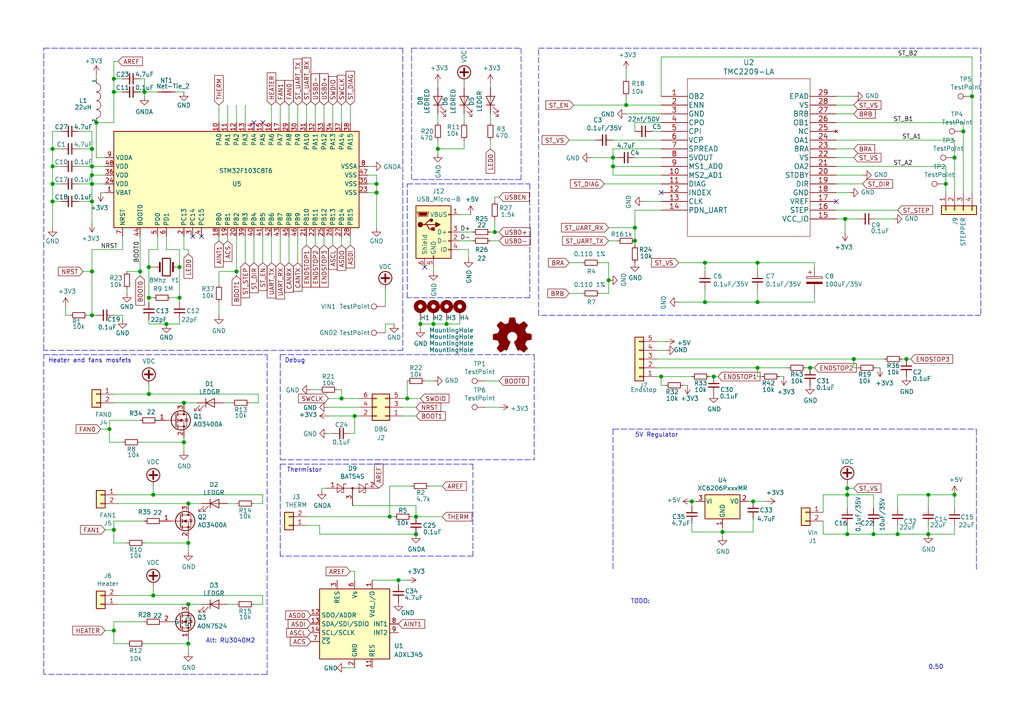
<source format=kicad_sch>
(kicad_sch (version 20210406) (generator eeschema)
  (paper "A4")
  (junction (at 15.24 43.18) (diameter 1.016))
  (junction (at 15.24 48.26) (diameter 1.016))
  (junction (at 15.24 53.34) (diameter 1.016))
  (junction (at 15.24 58.42) (diameter 1.016))
  (junction (at 26.67 43.18) (diameter 1.016))
  (junction (at 26.67 48.26) (diameter 1.016))
  (junction (at 26.67 50.8) (diameter 1.016))
  (junction (at 26.67 53.34) (diameter 1.016))
  (junction (at 26.67 58.42) (diameter 1.016))
  (junction (at 26.67 78.74) (diameter 1.016))
  (junction (at 26.67 91.44) (diameter 1.016))
  (junction (at 27.94 35.56) (diameter 1.016))
  (junction (at 31.75 124.46) (diameter 1.016))
  (junction (at 33.02 22.86) (diameter 1.016))
  (junction (at 33.02 26.67) (diameter 1.016))
  (junction (at 33.02 153.67) (diameter 1.016))
  (junction (at 33.02 182.88) (diameter 1.016))
  (junction (at 40.64 78.74) (diameter 1.016))
  (junction (at 41.91 26.67) (diameter 1.016))
  (junction (at 43.18 77.47) (diameter 1.016))
  (junction (at 43.18 86.36) (diameter 1.016))
  (junction (at 43.18 114.3) (diameter 1.016))
  (junction (at 44.45 143.51) (diameter 1.016))
  (junction (at 44.45 172.72) (diameter 1.016))
  (junction (at 48.26 93.98) (diameter 1.016))
  (junction (at 52.07 77.47) (diameter 1.016))
  (junction (at 52.07 86.36) (diameter 1.016))
  (junction (at 53.34 116.84) (diameter 1.016))
  (junction (at 53.34 128.27) (diameter 1.016))
  (junction (at 54.61 146.05) (diameter 1.016))
  (junction (at 54.61 157.48) (diameter 1.016))
  (junction (at 54.61 175.26) (diameter 1.016))
  (junction (at 54.61 186.69) (diameter 1.016))
  (junction (at 68.58 78.74) (diameter 1.016))
  (junction (at 99.06 115.57) (diameter 1.016))
  (junction (at 102.87 120.65) (diameter 1.016))
  (junction (at 109.22 53.34) (diameter 1.016))
  (junction (at 109.22 55.88) (diameter 1.016))
  (junction (at 113.03 149.86) (diameter 1.016))
  (junction (at 115.57 168.275) (diameter 1.016))
  (junction (at 118.11 115.57) (diameter 1.016))
  (junction (at 120.65 149.86) (diameter 1.016))
  (junction (at 120.65 154.94) (diameter 1.016))
  (junction (at 121.92 93.98) (diameter 1.016))
  (junction (at 125.73 93.98) (diameter 1.016))
  (junction (at 127 43.18) (diameter 1.016))
  (junction (at 129.54 93.98) (diameter 1.016))
  (junction (at 143.51 67.31) (diameter 1.016))
  (junction (at 176.53 81.28) (diameter 1.016))
  (junction (at 177.8 45.72) (diameter 1.016))
  (junction (at 177.8 48.26) (diameter 1.016))
  (junction (at 181.61 30.48) (diameter 1.016))
  (junction (at 184.15 66.04) (diameter 1.016))
  (junction (at 184.15 69.85) (diameter 1.016))
  (junction (at 191.77 109.22) (diameter 1.016))
  (junction (at 200.66 145.415) (diameter 1.016))
  (junction (at 204.47 76.2) (diameter 1.016))
  (junction (at 204.47 87.63) (diameter 1.016))
  (junction (at 207.01 109.22) (diameter 1.016))
  (junction (at 209.55 154.305) (diameter 1.016))
  (junction (at 218.44 145.415) (diameter 1.016))
  (junction (at 219.71 76.2) (diameter 1.016))
  (junction (at 219.71 87.63) (diameter 1.016))
  (junction (at 219.71 106.68) (diameter 1.016))
  (junction (at 234.95 106.68) (diameter 1.016))
  (junction (at 245.11 63.5) (diameter 1.016))
  (junction (at 245.745 141.605) (diameter 1.016))
  (junction (at 245.745 143.51) (diameter 1.016))
  (junction (at 245.745 154.94) (diameter 1.016))
  (junction (at 247.65 104.14) (diameter 1.016))
  (junction (at 253.365 154.94) (diameter 1.016))
  (junction (at 260.35 154.94) (diameter 1.016))
  (junction (at 262.89 104.14) (diameter 1.016))
  (junction (at 269.24 143.51) (diameter 1.016))
  (junction (at 269.24 154.94) (diameter 1.016))
  (junction (at 274.32 53.34) (diameter 1.016))
  (junction (at 276.86 45.72) (diameter 1.016))
  (junction (at 276.86 143.51) (diameter 1.016))
  (junction (at 279.4 38.1) (diameter 1.016))
  (junction (at 281.94 27.94) (diameter 1.016))
  (no_connect (at 55.88 68.58))
  (no_connect (at 58.42 68.58))
  (no_connect (at 73.66 35.56))
  (no_connect (at 76.2 35.56))
  (no_connect (at 123.19 77.47))
  (no_connect (at 191.77 55.88))
  (no_connect (at 242.57 58.42))
  (wire (pts (xy 15.24 38.1) (xy 15.24 43.18)))
  (wire (pts (xy 15.24 48.26) (xy 15.24 43.18)))
  (wire (pts (xy 15.24 53.34) (xy 15.24 48.26)))
  (wire (pts (xy 15.24 53.34) (xy 15.24 58.42)))
  (wire (pts (xy 15.24 53.34) (xy 17.78 53.34)))
  (wire (pts (xy 15.24 58.42) (xy 15.24 66.04)))
  (wire (pts (xy 15.24 58.42) (xy 17.78 58.42)))
  (wire (pts (xy 17.78 38.1) (xy 15.24 38.1)))
  (wire (pts (xy 17.78 43.18) (xy 15.24 43.18)))
  (wire (pts (xy 17.78 48.26) (xy 15.24 48.26)))
  (wire (pts (xy 19.05 88.9) (xy 19.05 91.44)))
  (wire (pts (xy 19.05 91.44) (xy 20.32 91.44)))
  (wire (pts (xy 22.86 38.1) (xy 26.67 38.1)))
  (wire (pts (xy 22.86 43.18) (xy 26.67 43.18)))
  (wire (pts (xy 22.86 48.26) (xy 26.67 48.26)))
  (wire (pts (xy 22.86 53.34) (xy 26.67 53.34)))
  (wire (pts (xy 24.13 78.74) (xy 26.67 78.74)))
  (wire (pts (xy 25.4 91.44) (xy 26.67 91.44)))
  (wire (pts (xy 26.67 38.1) (xy 26.67 43.18)))
  (wire (pts (xy 26.67 43.18) (xy 26.67 48.26)))
  (wire (pts (xy 26.67 48.26) (xy 26.67 50.8)))
  (wire (pts (xy 26.67 50.8) (xy 26.67 53.34)))
  (wire (pts (xy 26.67 53.34) (xy 26.67 58.42)))
  (wire (pts (xy 26.67 53.34) (xy 30.48 53.34)))
  (wire (pts (xy 26.67 58.42) (xy 22.86 58.42)))
  (wire (pts (xy 26.67 58.42) (xy 26.67 64.77)))
  (wire (pts (xy 26.67 72.39) (xy 26.67 78.74)))
  (wire (pts (xy 26.67 78.74) (xy 26.67 91.44)))
  (wire (pts (xy 26.67 91.44) (xy 27.94 91.44)))
  (wire (pts (xy 27.94 22.86) (xy 27.94 21.59)))
  (wire (pts (xy 27.94 35.56) (xy 33.02 35.56)))
  (wire (pts (xy 27.94 45.72) (xy 27.94 35.56)))
  (wire (pts (xy 29.21 55.88) (xy 30.48 55.88)))
  (wire (pts (xy 29.21 124.46) (xy 31.75 124.46)))
  (wire (pts (xy 30.48 45.72) (xy 27.94 45.72)))
  (wire (pts (xy 30.48 48.26) (xy 26.67 48.26)))
  (wire (pts (xy 30.48 50.8) (xy 26.67 50.8)))
  (wire (pts (xy 30.48 153.67) (xy 33.02 153.67)))
  (wire (pts (xy 30.48 182.88) (xy 33.02 182.88)))
  (wire (pts (xy 31.75 124.46) (xy 31.75 121.92)))
  (wire (pts (xy 31.75 128.27) (xy 31.75 124.46)))
  (wire (pts (xy 33.02 17.78) (xy 33.02 22.86)))
  (wire (pts (xy 33.02 22.86) (xy 33.02 26.67)))
  (wire (pts (xy 33.02 22.86) (xy 35.56 22.86)))
  (wire (pts (xy 33.02 26.67) (xy 33.02 35.56)))
  (wire (pts (xy 33.02 26.67) (xy 35.56 26.67)))
  (wire (pts (xy 33.02 91.44) (xy 35.56 91.44)))
  (wire (pts (xy 33.02 153.67) (xy 33.02 151.13)))
  (wire (pts (xy 33.02 157.48) (xy 33.02 153.67)))
  (wire (pts (xy 33.02 182.88) (xy 33.02 180.34)))
  (wire (pts (xy 33.02 186.69) (xy 33.02 182.88)))
  (wire (pts (xy 34.29 17.78) (xy 33.02 17.78)))
  (wire (pts (xy 34.29 146.05) (xy 54.61 146.05)))
  (wire (pts (xy 34.29 175.26) (xy 54.61 175.26)))
  (wire (pts (xy 35.56 68.58) (xy 35.56 72.39)))
  (wire (pts (xy 35.56 72.39) (xy 26.67 72.39)))
  (wire (pts (xy 35.56 91.44) (xy 35.56 92.71)))
  (wire (pts (xy 35.56 128.27) (xy 31.75 128.27)))
  (wire (pts (xy 36.83 78.74) (xy 40.64 78.74)))
  (wire (pts (xy 36.83 85.09) (xy 36.83 83.82)))
  (wire (pts (xy 36.83 157.48) (xy 33.02 157.48)))
  (wire (pts (xy 36.83 186.69) (xy 33.02 186.69)))
  (wire (pts (xy 40.64 22.86) (xy 41.91 22.86)))
  (wire (pts (xy 40.64 26.67) (xy 41.91 26.67)))
  (wire (pts (xy 40.64 78.74) (xy 40.64 68.58)))
  (wire (pts (xy 40.64 80.01) (xy 40.64 78.74)))
  (wire (pts (xy 40.64 121.92) (xy 31.75 121.92)))
  (wire (pts (xy 40.64 128.27) (xy 53.34 128.27)))
  (wire (pts (xy 41.91 22.86) (xy 41.91 26.67)))
  (wire (pts (xy 41.91 27.94) (xy 41.91 26.67)))
  (wire (pts (xy 41.91 151.13) (xy 33.02 151.13)))
  (wire (pts (xy 41.91 157.48) (xy 54.61 157.48)))
  (wire (pts (xy 41.91 180.34) (xy 33.02 180.34)))
  (wire (pts (xy 41.91 186.69) (xy 54.61 186.69)))
  (wire (pts (xy 43.18 72.39) (xy 43.18 77.47)))
  (wire (pts (xy 43.18 77.47) (xy 44.45 77.47)))
  (wire (pts (xy 43.18 86.36) (xy 43.18 77.47)))
  (wire (pts (xy 43.18 87.63) (xy 43.18 86.36)))
  (wire (pts (xy 43.18 92.71) (xy 43.18 93.98)))
  (wire (pts (xy 43.18 111.76) (xy 43.18 114.3)))
  (wire (pts (xy 43.18 114.3) (xy 33.02 114.3)))
  (wire (pts (xy 44.45 86.36) (xy 43.18 86.36)))
  (wire (pts (xy 44.45 140.97) (xy 44.45 143.51)))
  (wire (pts (xy 44.45 143.51) (xy 34.29 143.51)))
  (wire (pts (xy 44.45 170.18) (xy 44.45 172.72)))
  (wire (pts (xy 44.45 172.72) (xy 34.29 172.72)))
  (wire (pts (xy 45.72 26.67) (xy 41.91 26.67)))
  (wire (pts (xy 45.72 68.58) (xy 45.72 72.39)))
  (wire (pts (xy 45.72 72.39) (xy 43.18 72.39)))
  (wire (pts (xy 48.26 72.39) (xy 48.26 68.58)))
  (wire (pts (xy 48.26 93.98) (xy 43.18 93.98)))
  (wire (pts (xy 49.53 86.36) (xy 52.07 86.36)))
  (wire (pts (xy 50.8 26.67) (xy 53.34 26.67)))
  (wire (pts (xy 52.07 72.39) (xy 48.26 72.39)))
  (wire (pts (xy 52.07 72.39) (xy 52.07 77.47)))
  (wire (pts (xy 52.07 86.36) (xy 52.07 77.47)))
  (wire (pts (xy 52.07 87.63) (xy 52.07 86.36)))
  (wire (pts (xy 52.07 93.98) (xy 48.26 93.98)))
  (wire (pts (xy 52.07 93.98) (xy 52.07 92.71)))
  (wire (pts (xy 53.34 72.39) (xy 53.34 68.58)))
  (wire (pts (xy 53.34 116.84) (xy 33.02 116.84)))
  (wire (pts (xy 53.34 116.84) (xy 57.15 116.84)))
  (wire (pts (xy 53.34 128.27) (xy 53.34 127)))
  (wire (pts (xy 53.34 130.81) (xy 53.34 128.27)))
  (wire (pts (xy 54.61 72.39) (xy 53.34 72.39)))
  (wire (pts (xy 54.61 73.66) (xy 54.61 72.39)))
  (wire (pts (xy 54.61 146.05) (xy 58.42 146.05)))
  (wire (pts (xy 54.61 157.48) (xy 54.61 156.21)))
  (wire (pts (xy 54.61 160.02) (xy 54.61 157.48)))
  (wire (pts (xy 54.61 175.26) (xy 58.42 175.26)))
  (wire (pts (xy 54.61 186.69) (xy 54.61 185.42)))
  (wire (pts (xy 54.61 189.23) (xy 54.61 186.69)))
  (wire (pts (xy 63.5 35.56) (xy 63.5 30.48)))
  (wire (pts (xy 63.5 69.85) (xy 63.5 68.58)))
  (wire (pts (xy 63.5 78.74) (xy 63.5 82.55)))
  (wire (pts (xy 63.5 87.63) (xy 63.5 91.44)))
  (wire (pts (xy 64.77 116.84) (xy 67.31 116.84)))
  (wire (pts (xy 66.04 35.56) (xy 66.04 30.48)))
  (wire (pts (xy 66.04 69.85) (xy 66.04 68.58)))
  (wire (pts (xy 66.04 146.05) (xy 68.58 146.05)))
  (wire (pts (xy 66.04 175.26) (xy 68.58 175.26)))
  (wire (pts (xy 68.58 35.56) (xy 68.58 30.48)))
  (wire (pts (xy 68.58 68.58) (xy 68.58 78.74)))
  (wire (pts (xy 68.58 78.74) (xy 63.5 78.74)))
  (wire (pts (xy 68.58 78.74) (xy 68.58 80.01)))
  (wire (pts (xy 71.12 35.56) (xy 71.12 30.48)))
  (wire (pts (xy 71.12 68.58) (xy 71.12 76.2)))
  (wire (pts (xy 72.39 116.84) (xy 74.93 116.84)))
  (wire (pts (xy 73.66 68.58) (xy 73.66 76.2)))
  (wire (pts (xy 73.66 146.05) (xy 76.2 146.05)))
  (wire (pts (xy 73.66 175.26) (xy 76.2 175.26)))
  (wire (pts (xy 74.93 114.3) (xy 43.18 114.3)))
  (wire (pts (xy 74.93 116.84) (xy 74.93 114.3)))
  (wire (pts (xy 76.2 68.58) (xy 76.2 76.2)))
  (wire (pts (xy 76.2 143.51) (xy 44.45 143.51)))
  (wire (pts (xy 76.2 146.05) (xy 76.2 143.51)))
  (wire (pts (xy 76.2 172.72) (xy 44.45 172.72)))
  (wire (pts (xy 76.2 175.26) (xy 76.2 172.72)))
  (wire (pts (xy 78.74 30.48) (xy 78.74 35.56)))
  (wire (pts (xy 78.74 68.58) (xy 78.74 76.2)))
  (wire (pts (xy 81.28 30.48) (xy 81.28 35.56)))
  (wire (pts (xy 81.28 68.58) (xy 81.28 76.2)))
  (wire (pts (xy 83.82 35.56) (xy 83.82 30.48)))
  (wire (pts (xy 83.82 68.58) (xy 83.82 76.2)))
  (wire (pts (xy 86.36 30.48) (xy 86.36 35.56)))
  (wire (pts (xy 86.36 68.58) (xy 86.36 76.2)))
  (wire (pts (xy 88.9 35.56) (xy 88.9 30.48)))
  (wire (pts (xy 88.9 71.12) (xy 88.9 68.58)))
  (wire (pts (xy 88.9 149.86) (xy 113.03 149.86)))
  (wire (pts (xy 88.9 152.4) (xy 92.71 152.4)))
  (wire (pts (xy 90.17 113.03) (xy 92.71 113.03)))
  (wire (pts (xy 91.44 30.48) (xy 91.44 35.56)))
  (wire (pts (xy 91.44 68.58) (xy 91.44 71.12)))
  (wire (pts (xy 92.71 152.4) (xy 92.71 154.94)))
  (wire (pts (xy 92.71 154.94) (xy 120.65 154.94)))
  (wire (pts (xy 93.345 141.605) (xy 93.345 142.24)))
  (wire (pts (xy 93.98 30.48) (xy 93.98 35.56)))
  (wire (pts (xy 93.98 68.58) (xy 93.98 71.12)))
  (wire (pts (xy 94.615 141.605) (xy 93.345 141.605)))
  (wire (pts (xy 95.25 115.57) (xy 99.06 115.57)))
  (wire (pts (xy 95.25 118.11) (xy 104.14 118.11)))
  (wire (pts (xy 95.25 125.73) (xy 96.52 125.73)))
  (wire (pts (xy 96.52 30.48) (xy 96.52 35.56)))
  (wire (pts (xy 96.52 68.58) (xy 96.52 71.12)))
  (wire (pts (xy 97.79 113.03) (xy 99.06 113.03)))
  (wire (pts (xy 99.06 30.48) (xy 99.06 35.56)))
  (wire (pts (xy 99.06 68.58) (xy 99.06 71.12)))
  (wire (pts (xy 99.06 113.03) (xy 99.06 115.57)))
  (wire (pts (xy 99.06 115.57) (xy 104.14 115.57)))
  (wire (pts (xy 100.33 193.675) (xy 102.87 193.675)))
  (wire (pts (xy 101.6 30.48) (xy 101.6 35.56)))
  (wire (pts (xy 101.6 68.58) (xy 101.6 71.12)))
  (wire (pts (xy 101.6 125.73) (xy 102.87 125.73)))
  (wire (pts (xy 101.6 165.735) (xy 102.87 165.735)))
  (wire (pts (xy 102.235 146.685) (xy 120.65 146.685)))
  (wire (pts (xy 102.87 120.65) (xy 95.25 120.65)))
  (wire (pts (xy 102.87 120.65) (xy 102.87 125.73)))
  (wire (pts (xy 102.87 165.735) (xy 102.87 168.275)))
  (wire (pts (xy 104.14 120.65) (xy 102.87 120.65)))
  (wire (pts (xy 106.68 48.26) (xy 107.95 48.26)))
  (wire (pts (xy 107.95 168.275) (xy 115.57 168.275)))
  (wire (pts (xy 109.22 50.8) (xy 106.68 50.8)))
  (wire (pts (xy 109.22 53.34) (xy 106.68 53.34)))
  (wire (pts (xy 109.22 53.34) (xy 109.22 50.8)))
  (wire (pts (xy 109.22 55.88) (xy 106.68 55.88)))
  (wire (pts (xy 109.22 55.88) (xy 109.22 53.34)))
  (wire (pts (xy 109.22 66.04) (xy 109.22 55.88)))
  (wire (pts (xy 111.76 83.82) (xy 111.76 88.9)))
  (wire (pts (xy 111.76 96.52) (xy 111.76 93.98)))
  (wire (pts (xy 113.03 140.97) (xy 113.03 149.86)))
  (wire (pts (xy 113.03 149.86) (xy 114.3 149.86)))
  (wire (pts (xy 114.3 93.98) (xy 111.76 93.98)))
  (wire (pts (xy 115.57 168.275) (xy 118.11 168.275)))
  (wire (pts (xy 115.57 169.545) (xy 115.57 168.275)))
  (wire (pts (xy 116.84 120.65) (xy 120.65 120.65)))
  (wire (pts (xy 118.11 110.49) (xy 118.11 115.57)))
  (wire (pts (xy 118.11 115.57) (xy 116.84 115.57)))
  (wire (pts (xy 119.38 140.97) (xy 113.03 140.97)))
  (wire (pts (xy 119.38 149.86) (xy 120.65 149.86)))
  (wire (pts (xy 120.65 118.11) (xy 116.84 118.11)))
  (wire (pts (xy 120.65 146.685) (xy 120.65 149.86)))
  (wire (pts (xy 120.65 149.86) (xy 128.27 149.86)))
  (wire (pts (xy 121.92 93.98) (xy 121.92 92.71)))
  (wire (pts (xy 121.92 93.98) (xy 125.73 93.98)))
  (wire (pts (xy 121.92 95.25) (xy 121.92 93.98)))
  (wire (pts (xy 121.92 115.57) (xy 118.11 115.57)))
  (wire (pts (xy 125.73 77.47) (xy 125.73 78.74)))
  (wire (pts (xy 125.73 93.98) (xy 125.73 92.71)))
  (wire (pts (xy 125.73 93.98) (xy 129.54 93.98)))
  (wire (pts (xy 125.73 110.49) (xy 123.19 110.49)))
  (wire (pts (xy 127 25.4) (xy 127 24.13)))
  (wire (pts (xy 127 35.56) (xy 127 33.02)))
  (wire (pts (xy 127 43.18) (xy 127 40.64)))
  (wire (pts (xy 127 44.45) (xy 127 43.18)))
  (wire (pts (xy 128.27 140.97) (xy 124.46 140.97)))
  (wire (pts (xy 129.54 93.98) (xy 129.54 92.71)))
  (wire (pts (xy 129.54 93.98) (xy 133.35 93.98)))
  (wire (pts (xy 133.35 62.23) (xy 136.525 62.23)))
  (wire (pts (xy 133.35 67.31) (xy 137.16 67.31)))
  (wire (pts (xy 133.35 72.39) (xy 135.89 72.39)))
  (wire (pts (xy 133.35 93.98) (xy 133.35 92.71)))
  (wire (pts (xy 134.62 24.13) (xy 134.62 25.4)))
  (wire (pts (xy 134.62 33.02) (xy 134.62 35.56)))
  (wire (pts (xy 134.62 43.18) (xy 127 43.18)))
  (wire (pts (xy 134.62 43.18) (xy 134.62 40.64)))
  (wire (pts (xy 135.89 72.39) (xy 135.89 74.93)))
  (wire (pts (xy 137.16 69.85) (xy 133.35 69.85)))
  (wire (pts (xy 140.97 110.49) (xy 144.78 110.49)))
  (wire (pts (xy 140.97 118.11) (xy 144.78 118.11)))
  (wire (pts (xy 142.24 24.13) (xy 142.24 25.4)))
  (wire (pts (xy 142.24 33.02) (xy 142.24 35.56)))
  (wire (pts (xy 142.24 40.64) (xy 142.24 43.18)))
  (wire (pts (xy 142.24 67.31) (xy 143.51 67.31)))
  (wire (pts (xy 143.51 57.15) (xy 143.51 58.42)))
  (wire (pts (xy 143.51 63.5) (xy 143.51 67.31)))
  (wire (pts (xy 143.51 67.31) (xy 144.78 67.31)))
  (wire (pts (xy 144.78 57.15) (xy 143.51 57.15)))
  (wire (pts (xy 144.78 69.85) (xy 142.24 69.85)))
  (wire (pts (xy 165.1 40.64) (xy 172.72 40.64)))
  (wire (pts (xy 165.1 76.2) (xy 168.91 76.2)))
  (wire (pts (xy 165.1 85.09) (xy 168.91 85.09)))
  (wire (pts (xy 166.37 30.48) (xy 181.61 30.48)))
  (wire (pts (xy 173.99 76.2) (xy 176.53 76.2)))
  (wire (pts (xy 175.26 53.34) (xy 191.77 53.34)))
  (wire (pts (xy 176.53 66.04) (xy 184.15 66.04)))
  (wire (pts (xy 176.53 69.85) (xy 179.07 69.85)))
  (wire (pts (xy 176.53 76.2) (xy 176.53 81.28)))
  (wire (pts (xy 176.53 81.28) (xy 176.53 85.09)))
  (wire (pts (xy 176.53 85.09) (xy 173.99 85.09)))
  (wire (pts (xy 177.8 43.18) (xy 177.8 45.72)))
  (wire (pts (xy 177.8 45.72) (xy 171.45 45.72)))
  (wire (pts (xy 177.8 48.26) (xy 177.8 45.72)))
  (wire (pts (xy 177.8 50.8) (xy 177.8 48.26)))
  (wire (pts (xy 179.07 45.72) (xy 177.8 45.72)))
  (wire (pts (xy 181.61 20.32) (xy 181.61 22.86)))
  (wire (pts (xy 181.61 30.48) (xy 181.61 27.94)))
  (wire (pts (xy 181.61 33.02) (xy 191.77 33.02)))
  (wire (pts (xy 184.15 35.56) (xy 191.77 35.56)))
  (wire (pts (xy 184.15 38.1) (xy 184.15 35.56)))
  (wire (pts (xy 184.15 60.96) (xy 191.77 60.96)))
  (wire (pts (xy 184.15 66.04) (xy 184.15 60.96)))
  (wire (pts (xy 184.15 66.04) (xy 184.15 69.85)))
  (wire (pts (xy 184.15 69.85) (xy 184.15 71.12)))
  (wire (pts (xy 186.69 58.42) (xy 191.77 58.42)))
  (wire (pts (xy 190.5 104.14) (xy 247.65 104.14)))
  (wire (pts (xy 190.5 106.68) (xy 219.71 106.68)))
  (wire (pts (xy 190.5 109.22) (xy 191.77 109.22)))
  (wire (pts (xy 191.77 16.51) (xy 281.94 16.51)))
  (wire (pts (xy 191.77 27.94) (xy 191.77 16.51)))
  (wire (pts (xy 191.77 30.48) (xy 181.61 30.48)))
  (wire (pts (xy 191.77 38.1) (xy 189.23 38.1)))
  (wire (pts (xy 191.77 40.64) (xy 177.8 40.64)))
  (wire (pts (xy 191.77 43.18) (xy 177.8 43.18)))
  (wire (pts (xy 191.77 45.72) (xy 184.15 45.72)))
  (wire (pts (xy 191.77 48.26) (xy 177.8 48.26)))
  (wire (pts (xy 191.77 50.8) (xy 177.8 50.8)))
  (wire (pts (xy 191.77 109.22) (xy 200.66 109.22)))
  (wire (pts (xy 191.77 111.76) (xy 191.77 109.22)))
  (wire (pts (xy 193.04 99.06) (xy 190.5 99.06)))
  (wire (pts (xy 193.04 101.6) (xy 190.5 101.6)))
  (wire (pts (xy 193.04 111.76) (xy 191.77 111.76)))
  (wire (pts (xy 196.85 76.2) (xy 204.47 76.2)))
  (wire (pts (xy 196.85 87.63) (xy 204.47 87.63)))
  (wire (pts (xy 198.12 111.76) (xy 199.39 111.76)))
  (wire (pts (xy 200.66 145.415) (xy 201.93 145.415)))
  (wire (pts (xy 200.66 146.685) (xy 200.66 145.415)))
  (wire (pts (xy 200.66 151.765) (xy 200.66 154.305)))
  (wire (pts (xy 200.66 154.305) (xy 209.55 154.305)))
  (wire (pts (xy 204.47 76.2) (xy 204.47 78.74)))
  (wire (pts (xy 204.47 76.2) (xy 219.71 76.2)))
  (wire (pts (xy 204.47 83.82) (xy 204.47 87.63)))
  (wire (pts (xy 204.47 87.63) (xy 219.71 87.63)))
  (wire (pts (xy 205.74 109.22) (xy 207.01 109.22)))
  (wire (pts (xy 207.01 109.22) (xy 208.28 109.22)))
  (wire (pts (xy 209.55 153.035) (xy 209.55 154.305)))
  (wire (pts (xy 209.55 154.305) (xy 209.55 155.575)))
  (wire (pts (xy 217.17 145.415) (xy 218.44 145.415)))
  (wire (pts (xy 218.44 150.495) (xy 218.44 154.305)))
  (wire (pts (xy 218.44 154.305) (xy 209.55 154.305)))
  (wire (pts (xy 219.71 76.2) (xy 219.71 78.74)))
  (wire (pts (xy 219.71 76.2) (xy 236.22 76.2)))
  (wire (pts (xy 219.71 87.63) (xy 219.71 83.82)))
  (wire (pts (xy 219.71 106.68) (xy 228.6 106.68)))
  (wire (pts (xy 219.71 109.22) (xy 219.71 106.68)))
  (wire (pts (xy 220.98 109.22) (xy 219.71 109.22)))
  (wire (pts (xy 222.25 145.415) (xy 218.44 145.415)))
  (wire (pts (xy 226.06 109.22) (xy 227.33 109.22)))
  (wire (pts (xy 233.68 106.68) (xy 234.95 106.68)))
  (wire (pts (xy 234.95 106.68) (xy 236.22 106.68)))
  (wire (pts (xy 236.22 76.2) (xy 236.22 77.47)))
  (wire (pts (xy 236.22 85.09) (xy 236.22 87.63)))
  (wire (pts (xy 236.22 87.63) (xy 219.71 87.63)))
  (wire (pts (xy 238.76 143.51) (xy 245.745 143.51)))
  (wire (pts (xy 238.76 148.59) (xy 238.76 143.51)))
  (wire (pts (xy 238.76 151.13) (xy 238.76 154.94)))
  (wire (pts (xy 238.76 154.94) (xy 245.745 154.94)))
  (wire (pts (xy 242.57 27.94) (xy 247.65 27.94)))
  (wire (pts (xy 242.57 30.48) (xy 247.65 30.48)))
  (wire (pts (xy 242.57 33.02) (xy 247.65 33.02)))
  (wire (pts (xy 242.57 35.56) (xy 279.4 35.56)))
  (wire (pts (xy 242.57 40.64) (xy 276.86 40.64)))
  (wire (pts (xy 242.57 45.72) (xy 247.65 45.72)))
  (wire (pts (xy 242.57 48.26) (xy 274.32 48.26)))
  (wire (pts (xy 242.57 50.8) (xy 250.19 50.8)))
  (wire (pts (xy 242.57 53.34) (xy 250.19 53.34)))
  (wire (pts (xy 242.57 63.5) (xy 245.11 63.5)))
  (wire (pts (xy 245.11 63.5) (xy 248.92 63.5)))
  (wire (pts (xy 245.11 67.31) (xy 245.11 63.5)))
  (wire (pts (xy 245.745 140.335) (xy 245.745 141.605)))
  (wire (pts (xy 245.745 141.605) (xy 245.745 143.51)))
  (wire (pts (xy 245.745 141.605) (xy 247.65 141.605)))
  (wire (pts (xy 245.745 143.51) (xy 253.365 143.51)))
  (wire (pts (xy 245.745 147.32) (xy 245.745 143.51)))
  (wire (pts (xy 245.745 152.4) (xy 245.745 154.94)))
  (wire (pts (xy 245.745 154.94) (xy 253.365 154.94)))
  (wire (pts (xy 246.38 55.88) (xy 242.57 55.88)))
  (wire (pts (xy 247.65 43.18) (xy 242.57 43.18)))
  (wire (pts (xy 247.65 104.14) (xy 256.54 104.14)))
  (wire (pts (xy 247.65 106.68) (xy 247.65 104.14)))
  (wire (pts (xy 248.92 106.68) (xy 247.65 106.68)))
  (wire (pts (xy 253.365 147.32) (xy 253.365 143.51)))
  (wire (pts (xy 253.365 152.4) (xy 253.365 154.94)))
  (wire (pts (xy 253.365 154.94) (xy 260.35 154.94)))
  (wire (pts (xy 254 63.5) (xy 259.08 63.5)))
  (wire (pts (xy 254 106.68) (xy 255.27 106.68)))
  (wire (pts (xy 260.35 60.96) (xy 242.57 60.96)))
  (wire (pts (xy 260.35 143.51) (xy 260.35 147.32)))
  (wire (pts (xy 260.35 143.51) (xy 269.24 143.51)))
  (wire (pts (xy 260.35 152.4) (xy 260.35 154.94)))
  (wire (pts (xy 261.62 104.14) (xy 262.89 104.14)))
  (wire (pts (xy 262.89 104.14) (xy 264.16 104.14)))
  (wire (pts (xy 269.24 143.51) (xy 269.24 147.32)))
  (wire (pts (xy 269.24 143.51) (xy 276.86 143.51)))
  (wire (pts (xy 269.24 152.4) (xy 269.24 154.94)))
  (wire (pts (xy 269.24 154.94) (xy 260.35 154.94)))
  (wire (pts (xy 274.32 48.26) (xy 274.32 53.34)))
  (wire (pts (xy 274.32 53.34) (xy 274.32 55.88)))
  (wire (pts (xy 276.86 40.64) (xy 276.86 45.72)))
  (wire (pts (xy 276.86 45.72) (xy 276.86 55.88)))
  (wire (pts (xy 276.86 143.51) (xy 276.86 147.32)))
  (wire (pts (xy 276.86 152.4) (xy 276.86 154.94)))
  (wire (pts (xy 276.86 154.94) (xy 269.24 154.94)))
  (wire (pts (xy 279.4 35.56) (xy 279.4 38.1)))
  (wire (pts (xy 279.4 38.1) (xy 279.4 55.88)))
  (wire (pts (xy 281.94 16.51) (xy 281.94 27.94)))
  (wire (pts (xy 281.94 27.94) (xy 281.94 55.88)))
  (polyline (pts (xy 12.7 13.97) (xy 116.84 13.97)) (stroke (width 0) (type dash)))
  (polyline (pts (xy 12.7 101.6) (xy 12.7 13.97)) (stroke (width 0) (type dash)))
  (polyline (pts (xy 12.7 102.87) (xy 77.47 102.87)) (stroke (width 0) (type dash)))
  (polyline (pts (xy 12.7 195.58) (xy 12.7 102.87)) (stroke (width 0) (type dash)))
  (polyline (pts (xy 77.47 102.87) (xy 77.47 195.58)) (stroke (width 0) (type dash)))
  (polyline (pts (xy 77.47 195.58) (xy 12.7 195.58)) (stroke (width 0) (type dash)))
  (polyline (pts (xy 81.28 102.87) (xy 81.28 133.35)) (stroke (width 0) (type dash)))
  (polyline (pts (xy 81.28 102.87) (xy 154.94 102.87)) (stroke (width 0) (type dash)))
  (polyline (pts (xy 81.28 133.35) (xy 154.94 133.35)) (stroke (width 0) (type dash)))
  (polyline (pts (xy 81.28 134.62) (xy 81.28 161.29)) (stroke (width 0) (type dash)))
  (polyline (pts (xy 81.28 134.62) (xy 137.16 134.62)) (stroke (width 0) (type dash)))
  (polyline (pts (xy 116.84 13.97) (xy 116.84 101.6)) (stroke (width 0) (type dash)))
  (polyline (pts (xy 116.84 101.6) (xy 12.7 101.6)) (stroke (width 0) (type dash)))
  (polyline (pts (xy 118.11 53.34) (xy 153.67 53.34)) (stroke (width 0) (type dash)))
  (polyline (pts (xy 118.11 86.36) (xy 118.11 53.34)) (stroke (width 0) (type dash)))
  (polyline (pts (xy 119.38 13.97) (xy 151.13 13.97)) (stroke (width 0) (type dash)))
  (polyline (pts (xy 119.38 52.07) (xy 119.38 13.97)) (stroke (width 0) (type dash)))
  (polyline (pts (xy 137.16 134.62) (xy 137.16 161.29)) (stroke (width 0) (type dash)))
  (polyline (pts (xy 137.16 161.29) (xy 81.28 161.29)) (stroke (width 0) (type dash)))
  (polyline (pts (xy 151.13 13.97) (xy 151.13 52.07)) (stroke (width 0) (type dash)))
  (polyline (pts (xy 151.13 52.07) (xy 119.38 52.07)) (stroke (width 0) (type dash)))
  (polyline (pts (xy 153.67 53.34) (xy 153.67 86.36)) (stroke (width 0) (type dash)))
  (polyline (pts (xy 153.67 86.36) (xy 118.11 86.36)) (stroke (width 0) (type dash)))
  (polyline (pts (xy 154.94 102.87) (xy 154.94 133.35)) (stroke (width 0) (type dash)))
  (polyline (pts (xy 156.21 13.97) (xy 284.48 13.97)) (stroke (width 0) (type dash)))
  (polyline (pts (xy 156.21 91.44) (xy 156.21 13.97)) (stroke (width 0) (type dash)))
  (polyline (pts (xy 177.8 124.46) (xy 177.8 165.1)) (stroke (width 0) (type dash)))
  (polyline (pts (xy 177.8 124.46) (xy 283.21 124.46)) (stroke (width 0) (type dash)))
  (polyline (pts (xy 283.21 165.1) (xy 283.21 124.46)) (stroke (width 0) (type dash)))
  (polyline (pts (xy 284.48 13.97) (xy 284.48 91.44)) (stroke (width 0) (type dash)))
  (polyline (pts (xy 284.48 91.44) (xy 156.21 91.44)) (stroke (width 0) (type dash)))
  (text "Heater and fans mosfets" (at 13.97 105.41 0) (effects (font (size 1.27 1.27)) (justify left bottom)))
  (text "Alt: RU3040M2" (at 59.69 186.69 0) (effects (font (size 1.27 1.27)) (justify left bottom)))
  (text "Debug" (at 82.55 105.41 0) (effects (font (size 1.27 1.27)) (justify left bottom)))
  (text "Thermistor" (at 83.185 137.16 0) (effects (font (size 1.27 1.27)) (justify left bottom)))
  (text "TODO: \n" (at 182.88 175.26 0) (effects (font (size 1.27 1.27)) (justify left bottom)))
  (text "5V Regulator" (at 184.15 127 0) (effects (font (size 1.27 1.27)) (justify left bottom)))
  (text "0.50" (at 269.24 194.31 0) (effects (font (size 1.27 1.27)) (justify left bottom)))
  (text "**Tweaks**\nAdd 470pF on each stepper pin\nAdd 100nF over each stepper current sesistor\nPull up on DIAG\nChoke on CANL/CANH\n" (at 303.53 39.37 0) (effects (font (size 1.27 1.27)) (justify left bottom)))
  (text "*** Features ***\nSolder bridges to switch between CAN and USB on connector" (at 303.53 46.99 0) (effects (font (size 1.27 1.27)) (justify left bottom)))
  (label "NRST" (at 29.21 72.39 0))
  (label "BOOT0" (at 40.64 76.2 90))
  (label "D+" (at 136.525 67.31 180))
  (label "D-" (at 136.525 69.85 180))
  (label "ST_B1" (at 259.08 35.56 0))
  (label "ST_A2" (at 259.08 48.26 0))
  (label "ST_B2" (at 260.35 16.51 0))
  (label "ST_A1" (at 261.62 40.64 0))
  (global_label "NRST" (shape input) (at 24.13 78.74 180) (property "Intersheet References" "${INTERSHEET_REFS}" (effects hide)))
  (global_label "FAN0" (shape input) (at 29.21 124.46 180) (property "Intersheet References" "${INTERSHEET_REFS}" (effects hide)))
  (global_label "FAN1" (shape input) (at 30.48 153.67 180) (property "Intersheet References" "${INTERSHEET_REFS}" (effects hide)))
  (global_label "HEATER" (shape input) (at 30.48 182.88 180) (property "Intersheet References" "${INTERSHEET_REFS}" (effects hide)))
  (global_label "AREF" (shape input) (at 34.29 17.78 0) (property "Intersheet References" "${INTERSHEET_REFS}" (effects hide)))
  (global_label "BOOT0" (shape input) (at 40.64 80.01 270) (property "Intersheet References" "${INTERSHEET_REFS}" (effects hide)))
  (global_label "LED0" (shape input) (at 54.61 73.66 270) (property "Intersheet References" "${INTERSHEET_REFS}" (effects hide)))
  (global_label "THERM" (shape input) (at 63.5 30.48 90) (property "Intersheet References" "${INTERSHEET_REFS}" (effects hide)))
  (global_label "AINT1" (shape input) (at 63.5 69.85 270) (property "Intersheet References" "${INTERSHEET_REFS}" (effects hide)))
  (global_label "ACS" (shape input) (at 66.04 69.85 270) (property "Intersheet References" "${INTERSHEET_REFS}" (effects hide)))
  (global_label "BOOT1" (shape input) (at 68.58 80.01 270) (property "Intersheet References" "${INTERSHEET_REFS}" (effects hide)))
  (global_label "ST_STEP" (shape input) (at 71.12 76.2 270) (property "Intersheet References" "${INTERSHEET_REFS}" (effects hide)))
  (global_label "ST_DIR" (shape input) (at 73.66 76.2 270) (property "Intersheet References" "${INTERSHEET_REFS}" (effects hide)))
  (global_label "ST_EN" (shape input) (at 76.2 76.2 270) (property "Intersheet References" "${INTERSHEET_REFS}" (effects hide)))
  (global_label "HEATER" (shape input) (at 78.74 30.48 90) (property "Intersheet References" "${INTERSHEET_REFS}" (effects hide)))
  (global_label "UART_TX" (shape input) (at 78.74 76.2 270) (property "Intersheet References" "${INTERSHEET_REFS}" (effects hide)))
  (global_label "FAN1" (shape input) (at 81.28 30.48 90) (property "Intersheet References" "${INTERSHEET_REFS}" (effects hide)))
  (global_label "UART_RX" (shape input) (at 81.28 76.2 270) (property "Intersheet References" "${INTERSHEET_REFS}" (effects hide)))
  (global_label "FAN0" (shape input) (at 83.82 30.48 90) (property "Intersheet References" "${INTERSHEET_REFS}" (effects hide)))
  (global_label "CANRX" (shape input) (at 83.82 76.2 270) (property "Intersheet References" "${INTERSHEET_REFS}" (effects hide)))
  (global_label "ST_UART_TX" (shape input) (at 86.36 30.48 90) (property "Intersheet References" "${INTERSHEET_REFS}" (effects hide)))
  (global_label "CANTX" (shape input) (at 86.36 76.2 270) (property "Intersheet References" "${INTERSHEET_REFS}" (effects hide)))
  (global_label "ST_UART_RX" (shape input) (at 88.9 30.48 90) (property "Intersheet References" "${INTERSHEET_REFS}" (effects hide)))
  (global_label "ENDSTOP1" (shape input) (at 88.9 71.12 270) (property "Intersheet References" "${INTERSHEET_REFS}" (effects hide)))
  (global_label "ASDO" (shape input) (at 90.17 178.435 180) (property "Intersheet References" "${INTERSHEET_REFS}" (effects hide)))
  (global_label "ASDI" (shape input) (at 90.17 180.975 180) (property "Intersheet References" "${INTERSHEET_REFS}" (effects hide)))
  (global_label "ASCL" (shape input) (at 90.17 183.515 180) (property "Intersheet References" "${INTERSHEET_REFS}" (effects hide)))
  (global_label "ACS" (shape input) (at 90.17 186.055 180) (property "Intersheet References" "${INTERSHEET_REFS}" (effects hide)))
  (global_label "USBD-" (shape input) (at 91.44 30.48 90) (property "Intersheet References" "${INTERSHEET_REFS}" (effects hide)))
  (global_label "ENDSTOP2" (shape input) (at 91.44 71.12 270) (property "Intersheet References" "${INTERSHEET_REFS}" (effects hide)))
  (global_label "USBD+" (shape input) (at 93.98 30.48 90) (property "Intersheet References" "${INTERSHEET_REFS}" (effects hide)))
  (global_label "ENDSTOP3" (shape input) (at 93.98 71.12 270) (property "Intersheet References" "${INTERSHEET_REFS}" (effects hide)))
  (global_label "SWCLK" (shape input) (at 95.25 115.57 180) (property "Intersheet References" "${INTERSHEET_REFS}" (effects hide)))
  (global_label "SWDIO" (shape input) (at 96.52 30.48 90) (property "Intersheet References" "${INTERSHEET_REFS}" (effects hide)))
  (global_label "ASCL" (shape input) (at 96.52 71.12 270) (property "Intersheet References" "${INTERSHEET_REFS}" (effects hide)))
  (global_label "SWCLK" (shape input) (at 99.06 30.48 90) (property "Intersheet References" "${INTERSHEET_REFS}" (effects hide)))
  (global_label "ASDO" (shape input) (at 99.06 71.12 270) (property "Intersheet References" "${INTERSHEET_REFS}" (effects hide)))
  (global_label "ST_DIAG" (shape input) (at 101.6 30.48 90) (property "Intersheet References" "${INTERSHEET_REFS}" (effects hide)))
  (global_label "ASDI" (shape input) (at 101.6 71.12 270) (property "Intersheet References" "${INTERSHEET_REFS}" (effects hide)))
  (global_label "AREF" (shape input) (at 101.6 165.735 180) (property "Intersheet References" "${INTERSHEET_REFS}" (effects hide)))
  (global_label "AREF" (shape input) (at 109.855 141.605 90) (property "Intersheet References" "${INTERSHEET_REFS}" (effects hide)))
  (global_label "AINT1" (shape input) (at 115.57 180.975 0) (property "Intersheet References" "${INTERSHEET_REFS}" (effects hide)))
  (global_label "NRST" (shape input) (at 120.65 118.11 0) (property "Intersheet References" "${INTERSHEET_REFS}" (effects hide)))
  (global_label "BOOT1" (shape input) (at 120.65 120.65 0) (property "Intersheet References" "${INTERSHEET_REFS}" (effects hide)))
  (global_label "SWDIO" (shape input) (at 121.92 115.57 0) (property "Intersheet References" "${INTERSHEET_REFS}" (effects hide)))
  (global_label "AREF" (shape input) (at 128.27 140.97 0) (property "Intersheet References" "${INTERSHEET_REFS}" (effects hide)))
  (global_label "THERM" (shape input) (at 128.27 149.86 0) (property "Intersheet References" "${INTERSHEET_REFS}" (effects hide)))
  (global_label "LED0" (shape input) (at 142.24 43.18 270) (property "Intersheet References" "${INTERSHEET_REFS}" (effects hide)))
  (global_label "USBEN" (shape input) (at 144.78 57.15 0) (property "Intersheet References" "${INTERSHEET_REFS}" (effects hide)))
  (global_label "USBD+" (shape input) (at 144.78 67.31 0) (property "Intersheet References" "${INTERSHEET_REFS}" (effects hide)))
  (global_label "USBD-" (shape input) (at 144.78 69.85 0) (property "Intersheet References" "${INTERSHEET_REFS}" (effects hide)))
  (global_label "BOOT0" (shape input) (at 144.78 110.49 0) (property "Intersheet References" "${INTERSHEET_REFS}" (effects hide)))
  (global_label "ST_VS" (shape input) (at 165.1 40.64 180) (property "Intersheet References" "${INTERSHEET_REFS}" (effects hide)))
  (global_label "BRA" (shape input) (at 165.1 76.2 180) (property "Intersheet References" "${INTERSHEET_REFS}" (effects hide)))
  (global_label "BRB" (shape input) (at 165.1 85.09 180) (property "Intersheet References" "${INTERSHEET_REFS}" (effects hide)))
  (global_label "ST_EN" (shape input) (at 166.37 30.48 180) (property "Intersheet References" "${INTERSHEET_REFS}" (effects hide)))
  (global_label "ST_DIAG" (shape input) (at 175.26 53.34 180) (property "Intersheet References" "${INTERSHEET_REFS}" (effects hide)))
  (global_label "ST_UART_RX" (shape input) (at 176.53 66.04 180) (property "Intersheet References" "${INTERSHEET_REFS}" (effects hide)))
  (global_label "ST_UART_TX" (shape input) (at 176.53 69.85 180) (property "Intersheet References" "${INTERSHEET_REFS}" (effects hide)))
  (global_label "ST_VS" (shape input) (at 196.85 76.2 180) (property "Intersheet References" "${INTERSHEET_REFS}" (effects hide)))
  (global_label "ENDSTOP1" (shape input) (at 208.28 109.22 0) (property "Intersheet References" "${INTERSHEET_REFS}" (effects hide)))
  (global_label "ENDSTOP2" (shape input) (at 236.22 106.68 0) (property "Intersheet References" "${INTERSHEET_REFS}" (effects hide)))
  (global_label "ST_VS" (shape input) (at 247.65 30.48 0) (property "Intersheet References" "${INTERSHEET_REFS}" (effects hide)))
  (global_label "BRB" (shape input) (at 247.65 33.02 0) (property "Intersheet References" "${INTERSHEET_REFS}" (effects hide)))
  (global_label "BRA" (shape input) (at 247.65 43.18 0) (property "Intersheet References" "${INTERSHEET_REFS}" (effects hide)))
  (global_label "ST_VS" (shape input) (at 247.65 45.72 0) (property "Intersheet References" "${INTERSHEET_REFS}" (effects hide)))
  (global_label "ST_VS" (shape input) (at 247.65 141.605 0) (property "Intersheet References" "${INTERSHEET_REFS}" (effects hide)))
  (global_label "ST_DIR" (shape input) (at 250.19 53.34 0) (property "Intersheet References" "${INTERSHEET_REFS}" (effects hide)))
  (global_label "ST_STEP" (shape input) (at 260.35 60.96 0) (property "Intersheet References" "${INTERSHEET_REFS}" (effects hide)))
  (global_label "ENDSTOP3" (shape input) (at 264.16 104.14 0) (property "Intersheet References" "${INTERSHEET_REFS}" (effects hide)))
  (symbol (lib_id "power:+3.3V") (at 19.05 88.9 0) (unit 1)
    (property "Reference" "#PWR05" (effects hide))
    (property "Value" "+3.3V" (at 19.431 84.5058 0))
  )
  (symbol (lib_id "power:+3.3V") (at 26.67 64.77 180) (unit 1)
    (property "Reference" "#PWR0106" (effects hide))
    (property "Value" "+3.3V" (at 26.289 69.1642 0))
  )
  (symbol (lib_id "power:+3.3V") (at 27.94 21.59 0) (unit 1)
    (property "Reference" "#PWR06" (effects hide))
    (property "Value" "+3.3V" (at 24.511 17.7038 0) (effects (justify left)))
  )
  (symbol (lib_id "power:+3.3V") (at 29.21 55.88 180) (unit 1)
    (property "Reference" "#PWR08" (effects hide))
    (property "Value" "+3.3V" (at 28.829 60.2742 0))
  )
  (symbol (lib_id "power:+3.3V") (at 95.25 120.65 90) (unit 1)
    (property "Reference" "#PWR036" (effects hide))
    (property "Value" "+3.3V" (at 91.9988 120.269 90) (effects (justify left)))
  )
  (symbol (lib_id "power:+3.3V") (at 118.11 168.275 270) (unit 1)
    (property "Reference" "#PWR0115" (effects hide))
    (property "Value" "+3.3V" (at 120.65 165.735 90))
  )
  (symbol (lib_id "power:+3.3V") (at 127 24.13 0) (unit 1)
    (property "Reference" "#PWR051" (effects hide))
    (property "Value" "+3.3V" (at 127.381 19.7358 0))
  )
  (symbol (lib_id "power:+5V") (at 136.525 62.23 0) (unit 1)
    (property "Reference" "#PWR0116" (effects hide))
    (property "Value" "+5V" (at 136.906 57.8358 0))
  )
  (symbol (lib_id "power:+3.3V") (at 142.24 24.13 0) (unit 1)
    (property "Reference" "#PWR0111" (effects hide))
    (property "Value" "+3.3V" (at 142.621 19.7358 0))
  )
  (symbol (lib_id "power:+3.3V") (at 144.78 118.11 270) (unit 1)
    (property "Reference" "#PWR032" (effects hide))
    (property "Value" "+3.3V" (at 148.0312 118.491 90) (effects (justify left)))
  )
  (symbol (lib_id "power:+3.3V") (at 181.61 20.32 0) (unit 1)
    (property "Reference" "#PWR035" (effects hide))
    (property "Value" "+3.3V" (at 181.991 15.9258 0))
  )
  (symbol (lib_id "power:+5V") (at 193.04 99.06 270) (unit 1)
    (property "Reference" "#PWR0101" (effects hide))
    (property "Value" "+5V" (at 196.2912 99.441 90) (effects (justify left)))
  )
  (symbol (lib_id "power:+3.3V") (at 199.39 111.76 180) (unit 1)
    (property "Reference" "#PWR050" (effects hide))
    (property "Value" "+3.3V" (at 200.025 115.57 0))
  )
  (symbol (lib_id "power:+5V") (at 200.66 145.415 90) (unit 1)
    (property "Reference" "#PWR059" (effects hide))
    (property "Value" "+5V" (at 197.4088 145.034 90) (effects (justify left)))
  )
  (symbol (lib_id "power:+3.3V") (at 222.25 145.415 270) (unit 1)
    (property "Reference" "#PWR061" (effects hide))
    (property "Value" "+3.3V" (at 224.79 142.875 90))
  )
  (symbol (lib_id "power:+3.3V") (at 227.33 109.22 180) (unit 1)
    (property "Reference" "#PWR053" (effects hide))
    (property "Value" "+3.3V" (at 227.965 113.665 0))
  )
  (symbol (lib_id "power:+3.3V") (at 245.11 67.31 180) (unit 1)
    (property "Reference" "#PWR0103" (effects hide))
    (property "Value" "+3.3V" (at 244.729 71.7042 0))
  )
  (symbol (lib_id "power:+3.3V") (at 255.27 106.68 180) (unit 1)
    (property "Reference" "#PWR029" (effects hide))
    (property "Value" "+3.3V" (at 256.54 111.125 0))
  )
  (symbol (lib_id "power:+5V") (at 276.86 143.51 0) (unit 1)
    (property "Reference" "#PWR0113" (effects hide))
    (property "Value" "+5V" (at 277.241 139.1158 0))
  )
  (symbol (lib_id "Device:Net-Tie_2") (at 48.26 26.67 180) (unit 1)
    (property "Reference" "NT1" (at 48.26 23.3426 0))
    (property "Value" "Net-Tie_2" (at 50.165 25.019 0))
    (property "Footprint" "NetTie:NetTie-2_SMD_Pad0.5mm" (effects hide))
  )
  (symbol (lib_id "Connector:TestPoint") (at 111.76 88.9 90) (unit 1)
    (property "Reference" "VIN1" (at 95.25 88.9 90))
    (property "Value" "TestPoint" (at 102.87 88.9 90))
    (property "Footprint" "TestPoint:TestPoint_Pad_D1.0mm" (effects hide))
  )
  (symbol (lib_id "Connector:TestPoint") (at 111.76 96.52 90) (unit 1)
    (property "Reference" "GND2" (at 95.25 96.52 90))
    (property "Value" "TestPoint" (at 102.87 96.52 90))
    (property "Footprint" "TestPoint:TestPoint_Pad_D1.0mm" (effects hide))
  )
  (symbol (lib_id "Connector:TestPoint") (at 140.97 110.49 90) (unit 1)
    (property "Reference" "TP1" (at 139.1412 105.537 90))
    (property "Value" "TestPoint" (at 139.1412 107.8484 90))
    (property "Footprint" "TestPoint:TestPoint_Pad_D1.0mm" (effects hide))
  )
  (symbol (lib_id "Connector:TestPoint") (at 140.97 118.11 90) (unit 1)
    (property "Reference" "TP6" (at 139.1412 113.157 90))
    (property "Value" "TestPoint" (at 139.1412 115.4684 90))
    (property "Footprint" "TestPoint:TestPoint_Pad_D1.0mm" (effects hide))
  )
  (symbol (lib_id "Connector:TestPoint") (at 274.32 53.34 90) (unit 1)
    (property "Reference" "TP2" (at 272.4912 48.387 90))
    (property "Value" "TestPoint" (at 272.4912 50.6984 90))
    (property "Footprint" "TestPoint:TestPoint_Pad_D1.0mm" (effects hide))
  )
  (symbol (lib_id "Connector:TestPoint") (at 276.86 45.72 90) (unit 1)
    (property "Reference" "TP3" (at 275.0312 40.767 90))
    (property "Value" "TestPoint" (at 275.0312 43.0784 90))
    (property "Footprint" "TestPoint:TestPoint_Pad_D1.0mm" (effects hide))
  )
  (symbol (lib_id "Connector:TestPoint") (at 279.4 38.1 90) (unit 1)
    (property "Reference" "TP4" (at 277.5712 33.147 90))
    (property "Value" "TestPoint" (at 277.5712 35.4584 90))
    (property "Footprint" "TestPoint:TestPoint_Pad_D1.0mm" (effects hide))
  )
  (symbol (lib_id "Connector:TestPoint") (at 281.94 27.94 90) (unit 1)
    (property "Reference" "TP5" (at 280.1112 22.987 90))
    (property "Value" "TestPoint" (at 280.1112 25.2984 90))
    (property "Footprint" "TestPoint:TestPoint_Pad_D1.0mm" (effects hide))
  )
  (symbol (lib_id "power:GND") (at 15.24 66.04 0) (unit 1)
    (property "Reference" "#PWR03" (effects hide))
    (property "Value" "GND" (at 17.272 69.9262 0) (effects (justify right)))
  )
  (symbol (lib_id "power:GND") (at 35.56 92.71 0) (unit 1)
    (property "Reference" "#PWR017" (effects hide))
    (property "Value" "GND" (at 37.592 96.5962 0) (effects (justify right)))
  )
  (symbol (lib_id "power:GND") (at 36.83 85.09 0) (unit 1)
    (property "Reference" "#PWR042" (effects hide))
    (property "Value" "GND" (at 38.862 88.9762 0) (effects (justify right)))
  )
  (symbol (lib_id "power:GNDA") (at 41.91 27.94 0) (mirror y) (unit 1)
    (property "Reference" "#PWR09" (effects hide))
    (property "Value" "GNDA" (at 39.243 32.4358 0) (effects (justify right)))
  )
  (symbol (lib_id "power:GND") (at 48.26 93.98 0) (unit 1)
    (property "Reference" "#PWR033" (effects hide))
    (property "Value" "GND" (at 50.292 97.8662 0) (effects (justify right)))
  )
  (symbol (lib_id "power:GND") (at 53.34 26.67 0) (unit 1)
    (property "Reference" "#PWR043" (effects hide))
    (property "Value" "GND" (at 55.372 30.5562 0) (effects (justify right)))
  )
  (symbol (lib_id "power:GND") (at 53.34 130.81 0) (unit 1)
    (property "Reference" "#PWR018" (effects hide))
    (property "Value" "GND" (at 53.467 135.2042 0))
  )
  (symbol (lib_id "power:GND") (at 54.61 160.02 0) (unit 1)
    (property "Reference" "#PWR019" (effects hide))
    (property "Value" "GND" (at 54.737 164.4142 0))
  )
  (symbol (lib_id "power:GND") (at 54.61 189.23 0) (unit 1)
    (property "Reference" "#PWR020" (effects hide))
    (property "Value" "GND" (at 54.737 193.6242 0))
  )
  (symbol (lib_id "power:GND") (at 63.5 91.44 0) (unit 1)
    (property "Reference" "#PWR07" (effects hide))
    (property "Value" "GND" (at 65.532 95.9612 0) (effects (justify right)))
  )
  (symbol (lib_id "power:GND") (at 90.17 113.03 270) (unit 1)
    (property "Reference" "#PWR056" (effects hide))
    (property "Value" "GND" (at 86.9188 113.157 90) (effects (justify right)))
  )
  (symbol (lib_id "power:GNDA") (at 93.345 142.24 0) (unit 1)
    (property "Reference" "#PWR02" (effects hide))
    (property "Value" "GNDA" (at 93.472 146.6342 0))
  )
  (symbol (lib_id "power:GND") (at 95.25 118.11 270) (unit 1)
    (property "Reference" "#PWR0110" (effects hide))
    (property "Value" "GND" (at 91.9988 118.237 90) (effects (justify right)))
  )
  (symbol (lib_id "power:GND") (at 95.25 125.73 270) (unit 1)
    (property "Reference" "#PWR054" (effects hide))
    (property "Value" "GND" (at 91.9988 125.857 90) (effects (justify right)))
  )
  (symbol (lib_id "power:GND") (at 100.33 193.675 270) (unit 1)
    (property "Reference" "#PWR0114" (effects hide))
    (property "Value" "GND" (at 95.9358 193.802 90))
  )
  (symbol (lib_id "power:GNDA") (at 107.95 48.26 90) (mirror x) (unit 1)
    (property "Reference" "#PWR011" (effects hide))
    (property "Value" "GNDA" (at 111.1758 48.387 90) (effects (justify right)))
  )
  (symbol (lib_id "power:GND") (at 109.22 66.04 0) (unit 1)
    (property "Reference" "#PWR044" (effects hide))
    (property "Value" "GND" (at 111.252 69.9262 0) (effects (justify right)))
  )
  (symbol (lib_id "power:GND") (at 114.3 93.98 0) (unit 1)
    (property "Reference" "#PWR0105" (effects hide))
    (property "Value" "GND" (at 116.332 97.8662 0) (effects (justify right)))
  )
  (symbol (lib_id "power:GND") (at 115.57 174.625 0) (unit 1)
    (property "Reference" "#PWR063" (effects hide))
    (property "Value" "GND" (at 118.237 177.7492 0))
  )
  (symbol (lib_id "power:GNDA") (at 120.65 154.94 0) (unit 1)
    (property "Reference" "#PWR04" (effects hide))
    (property "Value" "GNDA" (at 120.777 159.3342 0))
  )
  (symbol (lib_id "power:GND") (at 121.92 95.25 0) (unit 1)
    (property "Reference" "#PWR0112" (effects hide))
    (property "Value" "GND" (at 122.047 99.6442 0))
  )
  (symbol (lib_id "power:GND") (at 125.73 78.74 0) (unit 1)
    (property "Reference" "#PWR0108" (effects hide))
    (property "Value" "GND" (at 125.857 81.9912 90) (effects (justify right)))
  )
  (symbol (lib_id "power:GND") (at 125.73 110.49 90) (unit 1)
    (property "Reference" "#PWR057" (effects hide))
    (property "Value" "GND" (at 128.9812 110.363 90) (effects (justify right)))
  )
  (symbol (lib_id "power:GND") (at 127 44.45 0) (unit 1)
    (property "Reference" "#PWR027" (effects hide))
    (property "Value" "GND" (at 127.127 47.7012 90) (effects (justify right)))
  )
  (symbol (lib_id "power:GND") (at 135.89 74.93 0) (unit 1)
    (property "Reference" "#PWR0109" (effects hide))
    (property "Value" "GND" (at 136.017 78.1812 90) (effects (justify right)))
  )
  (symbol (lib_id "power:GND") (at 171.45 45.72 270) (unit 1)
    (property "Reference" "#PWR024" (effects hide))
    (property "Value" "GND" (at 168.1988 45.847 90) (effects (justify right)))
  )
  (symbol (lib_id "power:GND") (at 176.53 81.28 90) (unit 1)
    (property "Reference" "#PWR021" (effects hide))
    (property "Value" "GND" (at 180.9242 81.153 0))
  )
  (symbol (lib_id "power:GND") (at 181.61 33.02 270) (unit 1)
    (property "Reference" "#PWR034" (effects hide))
    (property "Value" "GND" (at 178.3588 33.147 90) (effects (justify right)))
  )
  (symbol (lib_id "power:GND") (at 184.15 76.2 0) (unit 1)
    (property "Reference" "#PWR022" (effects hide))
    (property "Value" "GND" (at 184.277 80.5942 0))
  )
  (symbol (lib_id "power:GND") (at 186.69 58.42 270) (unit 1)
    (property "Reference" "#PWR023" (effects hide))
    (property "Value" "GND" (at 182.2958 58.547 0))
  )
  (symbol (lib_id "power:GND") (at 193.04 101.6 90) (unit 1)
    (property "Reference" "#PWR0104" (effects hide))
    (property "Value" "GND" (at 197.4342 101.473 90))
  )
  (symbol (lib_id "power:GND") (at 196.85 87.63 270) (unit 1)
    (property "Reference" "#PWR026" (effects hide))
    (property "Value" "GND" (at 192.4558 87.757 0))
  )
  (symbol (lib_id "power:GND") (at 207.01 114.3 0) (unit 1)
    (property "Reference" "#PWR052" (effects hide))
    (property "Value" "GND" (at 207.137 118.6942 0))
  )
  (symbol (lib_id "power:GND") (at 209.55 155.575 0) (unit 1)
    (property "Reference" "#PWR060" (effects hide))
    (property "Value" "GND" (at 209.677 159.9692 0))
  )
  (symbol (lib_id "power:GND") (at 234.95 111.76 0) (unit 1)
    (property "Reference" "#PWR055" (effects hide))
    (property "Value" "GND" (at 235.077 116.1542 0))
  )
  (symbol (lib_id "power:GND") (at 246.38 55.88 90) (unit 1)
    (property "Reference" "#PWR0102" (effects hide))
    (property "Value" "GND" (at 249.6312 55.753 90) (effects (justify right)))
  )
  (symbol (lib_id "power:GND") (at 247.65 27.94 90) (unit 1)
    (property "Reference" "#PWR028" (effects hide))
    (property "Value" "GND" (at 250.9012 27.813 90) (effects (justify right)))
  )
  (symbol (lib_id "power:GND") (at 250.19 50.8 90) (unit 1)
    (property "Reference" "#PWR0107" (effects hide))
    (property "Value" "GND" (at 253.4412 50.673 90) (effects (justify right)))
  )
  (symbol (lib_id "power:GND") (at 259.08 63.5 90) (unit 1)
    (property "Reference" "#PWR031" (effects hide))
    (property "Value" "GND" (at 262.3312 63.373 90) (effects (justify right)))
  )
  (symbol (lib_id "power:GND") (at 262.89 109.22 0) (unit 1)
    (property "Reference" "#PWR025" (effects hide))
    (property "Value" "GND" (at 263.017 113.6142 0))
  )
  (symbol (lib_id "power:GND") (at 269.24 154.94 0) (unit 1)
    (property "Reference" "#PWR041" (effects hide))
    (property "Value" "GND" (at 269.367 159.3342 0))
  )
  (symbol (lib_id "Device:R_Small") (at 22.86 91.44 90) (unit 1)
    (property "Reference" "R1" (at 22.225 93.2434 90))
    (property "Value" "10k" (at 22.86 94.742 90))
    (property "Footprint" "Resistor_SMD:R_0402_1005Metric" (effects hide))
    (property "LCSC" "C25744" (effects hide))
  )
  (symbol (lib_id "Device:R_Small") (at 36.83 81.28 180) (unit 1)
    (property "Reference" "R23" (at 33.655 80.645 0))
    (property "Value" "10k" (at 33.655 82.55 0))
    (property "Footprint" "Resistor_SMD:R_0402_1005Metric" (effects hide))
    (property "LCSC" "C25744" (effects hide))
  )
  (symbol (lib_id "Device:R_Small") (at 38.1 128.27 270) (unit 1)
    (property "Reference" "R8" (at 38.1 130.2766 90))
    (property "Value" "10k" (at 38.735 131.953 90))
    (property "Footprint" "Resistor_SMD:R_0402_1005Metric" (effects hide))
    (property "LCSC" "C25744" (effects hide))
  )
  (symbol (lib_id "Device:R_Small") (at 39.37 157.48 270) (unit 1)
    (property "Reference" "R10" (at 39.37 159.4866 90))
    (property "Value" "10k" (at 39.37 161.163 90))
    (property "Footprint" "Resistor_SMD:R_0402_1005Metric" (effects hide))
    (property "LCSC" "C25744" (effects hide))
  )
  (symbol (lib_id "Device:R_Small") (at 39.37 186.69 270) (unit 1)
    (property "Reference" "R12" (at 39.37 188.6966 90))
    (property "Value" "10k" (at 39.37 191.008 90))
    (property "Footprint" "Resistor_SMD:R_0402_1005Metric" (effects hide))
    (property "LCSC" "C25744" (effects hide))
  )
  (symbol (lib_id "Device:R_Small") (at 43.18 121.92 90) (unit 1)
    (property "Reference" "R34" (at 39.37 119.9134 90))
    (property "Value" "22" (at 43.815 119.507 90))
    (property "Footprint" "Resistor_SMD:R_0402_1005Metric" (effects hide))
    (property "LCSC" "C25092" (effects hide))
  )
  (symbol (lib_id "Device:R_Small") (at 44.45 151.13 90) (unit 1)
    (property "Reference" "R35" (at 41.91 148.4884 90))
    (property "Value" "22" (at 45.72 148.717 90))
    (property "Footprint" "Resistor_SMD:R_0402_1005Metric" (effects hide))
  )
  (symbol (lib_id "Device:R_Small") (at 44.45 180.34 90) (unit 1)
    (property "Reference" "R28" (at 41.91 178.3334 90))
    (property "Value" "22" (at 45.72 178.562 90))
    (property "Footprint" "Resistor_SMD:R_0402_1005Metric" (effects hide))
  )
  (symbol (lib_id "Device:R_Small") (at 46.99 86.36 270) (unit 1)
    (property "Reference" "R9" (at 45.72 83.82 90))
    (property "Value" "1M" (at 48.895 83.693 90))
    (property "Footprint" "Resistor_SMD:R_0402_1005Metric" (effects hide))
    (property "LCSC" "C26083" (effects hide))
  )
  (symbol (lib_id "Device:R_Small") (at 63.5 85.09 180) (unit 1)
    (property "Reference" "R37" (at 60.325 83.82 0))
    (property "Value" "10k" (at 60.325 85.725 0))
    (property "Footprint" "Resistor_SMD:R_0402_1005Metric" (effects hide))
  )
  (symbol (lib_id "Device:R_Small") (at 69.85 116.84 270) (unit 1)
    (property "Reference" "R13" (at 69.85 118.8466 90))
    (property "Value" "10k" (at 69.85 120.523 90))
    (property "Footprint" "Resistor_SMD:R_0402_1005Metric" (effects hide))
    (property "LCSC" "C25744" (effects hide))
  )
  (symbol (lib_id "Device:R_Small") (at 71.12 146.05 270) (unit 1)
    (property "Reference" "R14" (at 71.12 148.0566 90))
    (property "Value" "10k" (at 71.12 149.733 90))
    (property "Footprint" "Resistor_SMD:R_0402_1005Metric" (effects hide))
    (property "LCSC" "C25744" (effects hide))
  )
  (symbol (lib_id "Device:R_Small") (at 71.12 175.26 270) (unit 1)
    (property "Reference" "R15" (at 71.12 177.2666 90))
    (property "Value" "10k" (at 71.12 178.943 90))
    (property "Footprint" "Resistor_SMD:R_0402_1005Metric" (effects hide))
    (property "LCSC" "C25744" (effects hide))
  )
  (symbol (lib_id "Device:R_Small") (at 95.25 113.03 90) (unit 1)
    (property "Reference" "R21" (at 95.25 109.22 90))
    (property "Value" "10k" (at 95.25 111.125 90))
    (property "Footprint" "Resistor_SMD:R_0402_1005Metric" (effects hide))
    (property "LCSC" "C25744" (effects hide))
  )
  (symbol (lib_id "Device:R_Small") (at 116.84 149.86 270) (unit 1)
    (property "Reference" "R5" (at 116.84 148.0566 90))
    (property "Value" "10k" (at 116.84 151.638 90))
    (property "Footprint" "Resistor_SMD:R_0402_1005Metric" (effects hide))
    (property "LCSC" "C25744" (effects hide))
  )
  (symbol (lib_id "Device:R_Small") (at 120.65 110.49 90) (unit 1)
    (property "Reference" "R22" (at 120.65 106.68 90))
    (property "Value" "10k" (at 120.65 108.585 90))
    (property "Footprint" "Resistor_SMD:R_0402_1005Metric" (effects hide))
  )
  (symbol (lib_id "Device:R_Small") (at 121.92 140.97 90) (unit 1)
    (property "Reference" "R2" (at 120.65 142.875 90) (effects (justify right)))
    (property "Value" "4.7k" (at 120.65 144.78 90) (effects (justify right)))
    (property "Footprint" "Resistor_SMD:R_0402_1005Metric" (effects hide))
    (property "LCSC" "C25879" (effects hide))
  )
  (symbol (lib_id "Device:R_Small") (at 127 38.1 0) (unit 1)
    (property "Reference" "R20" (at 123.9266 38.1 0))
    (property "Value" "470" (at 123.698 40.005 0))
    (property "Footprint" "Resistor_SMD:R_0402_1005Metric" (effects hide))
    (property "LCSC" "C25117" (effects hide))
  )
  (symbol (lib_id "Device:R_Small") (at 134.62 38.1 0) (unit 1)
    (property "Reference" "R11" (at 131.5466 36.83 0))
    (property "Value" "10k" (at 131.318 38.735 0))
    (property "Footprint" "Resistor_SMD:R_0402_1005Metric" (effects hide))
  )
  (symbol (lib_id "Device:R_Small") (at 139.7 67.31 270) (unit 1)
    (property "Reference" "R25" (at 139.7 63.5 90))
    (property "Value" "22" (at 139.7 65.278 90))
    (property "Footprint" "Resistor_SMD:R_0402_1005Metric" (effects hide))
    (property "LCSC" "C25092" (effects hide))
  )
  (symbol (lib_id "Device:R_Small") (at 139.7 69.85 270) (unit 1)
    (property "Reference" "R26" (at 139.7 72.39 90))
    (property "Value" "22" (at 139.7 74.93 90))
    (property "Footprint" "Resistor_SMD:R_0402_1005Metric" (effects hide))
  )
  (symbol (lib_id "Device:R_Small") (at 142.24 38.1 180) (unit 1)
    (property "Reference" "R3" (at 145.3134 37.465 0))
    (property "Value" "470" (at 145.542 39.37 0))
    (property "Footprint" "Resistor_SMD:R_0402_1005Metric" (effects hide))
    (property "LCSC" "C25117" (effects hide))
  )
  (symbol (lib_id "Device:R_Small") (at 143.51 60.96 180) (unit 1)
    (property "Reference" "R27" (at 146.685 60.325 0))
    (property "Value" "1.5k" (at 147.32 62.23 0))
    (property "Footprint" "Resistor_SMD:R_0402_1005Metric" (effects hide))
    (property "LCSC" "C25879" (effects hide))
  )
  (symbol (lib_id "Device:R_Small") (at 171.45 76.2 270) (unit 1)
    (property "Reference" "R4" (at 170.18 78.74 90) (effects (justify left)))
    (property "Value" "0.110 1%" (at 166.37 73.66 90) (effects (justify left)))
    (property "Footprint" "Resistor_SMD:R_1206_3216Metric" (effects hide))
    (property "LCSC" "C327071" (effects hide))
  )
  (symbol (lib_id "Device:R_Small") (at 171.45 85.09 270) (unit 1)
    (property "Reference" "R7" (at 170.18 87.63 90) (effects (justify left)))
    (property "Value" "0.110 1%" (at 166.37 82.55 90) (effects (justify left)))
    (property "Footprint" "Resistor_SMD:R_1206_3216Metric" (effects hide))
    (property "LCSC" "C327071" (effects hide))
  )
  (symbol (lib_id "Device:R_Small") (at 181.61 25.4 0) (unit 1)
    (property "Reference" "R18" (at 183.1086 24.2316 0) (effects (justify left)))
    (property "Value" "10k" (at 183.1086 26.543 0) (effects (justify left)))
    (property "Footprint" "Resistor_SMD:R_0402_1005Metric" (effects hide))
    (property "LCSC" "C25768" (effects hide))
  )
  (symbol (lib_id "Device:R_Small") (at 181.61 69.85 90) (unit 1)
    (property "Reference" "R16" (at 179.07 67.945 90))
    (property "Value" "1k" (at 182.245 67.945 90))
    (property "Footprint" "Resistor_SMD:R_0402_1005Metric" (effects hide))
    (property "LCSC" "C21190" (effects hide))
  )
  (symbol (lib_id "Device:R_Small") (at 184.15 73.66 180) (unit 1)
    (property "Reference" "R24" (at 189.23 72.39 0) (effects (justify left)))
    (property "Value" "10k" (at 189.23 74.295 0) (effects (justify left)))
    (property "Footprint" "Resistor_SMD:R_0402_1005Metric" (effects hide))
    (property "LCSC" "C25768" (effects hide))
  )
  (symbol (lib_id "Device:R_Small") (at 195.58 111.76 90) (unit 1)
    (property "Reference" "R32" (at 194.945 113.665 90))
    (property "Value" "10k" (at 194.945 115.57 90))
    (property "Footprint" "Resistor_SMD:R_0402_1005Metric" (effects hide))
  )
  (symbol (lib_id "Device:R_Small") (at 203.2 109.22 90) (unit 1)
    (property "Reference" "R33" (at 203.2 111.125 90))
    (property "Value" "10k" (at 203.2 113.03 90))
    (property "Footprint" "Resistor_SMD:R_0402_1005Metric" (effects hide))
  )
  (symbol (lib_id "Device:R_Small") (at 223.52 109.22 90) (unit 1)
    (property "Reference" "R42" (at 222.885 111.125 90))
    (property "Value" "10k" (at 222.885 113.03 90))
    (property "Footprint" "Resistor_SMD:R_0402_1005Metric" (effects hide))
  )
  (symbol (lib_id "Device:R_Small") (at 231.14 106.68 90) (unit 1)
    (property "Reference" "R43" (at 231.14 108.585 90))
    (property "Value" "10k" (at 231.14 110.49 90))
    (property "Footprint" "Resistor_SMD:R_0402_1005Metric" (effects hide))
  )
  (symbol (lib_id "Device:R_Small") (at 251.46 106.68 90) (unit 1)
    (property "Reference" "R19" (at 250.825 108.585 90))
    (property "Value" "10k" (at 250.825 110.49 90))
    (property "Footprint" "Resistor_SMD:R_0402_1005Metric" (effects hide))
  )
  (symbol (lib_id "Device:R_Small") (at 259.08 104.14 90) (unit 1)
    (property "Reference" "R36" (at 259.08 106.045 90))
    (property "Value" "10k" (at 259.08 107.95 90))
    (property "Footprint" "Resistor_SMD:R_0402_1005Metric" (effects hide))
  )
  (symbol (lib_id "Device:C_Small") (at 20.32 38.1 270) (unit 1)
    (property "Reference" "C27" (at 17.78 36.83 90))
    (property "Value" "4.7uF" (at 24.13 36.83 90))
    (property "Footprint" "Capacitor_SMD:C_0402_1005Metric" (effects hide))
    (property "LCSC" "C23733" (effects hide))
  )
  (symbol (lib_id "Device:C_Small") (at 20.32 43.18 270) (unit 1)
    (property "Reference" "C1" (at 17.78 41.91 90))
    (property "Value" "4.7uF" (at 24.13 41.91 90))
    (property "Footprint" "Capacitor_SMD:C_0402_1005Metric" (effects hide))
    (property "LCSC" "C23733" (effects hide))
  )
  (symbol (lib_id "Device:C_Small") (at 20.32 48.26 270) (unit 1)
    (property "Reference" "C10" (at 17.78 46.99 90))
    (property "Value" "0.1uF" (at 24.13 46.99 90))
    (property "Footprint" "Capacitor_SMD:C_0402_1005Metric" (effects hide))
    (property "LCSC" "C1525" (effects hide))
  )
  (symbol (lib_id "Device:C_Small") (at 20.32 53.34 270) (unit 1)
    (property "Reference" "C17" (at 17.78 52.07 90))
    (property "Value" "0.1uF" (at 24.13 52.07 90))
    (property "Footprint" "Capacitor_SMD:C_0402_1005Metric" (effects hide))
  )
  (symbol (lib_id "Device:C_Small") (at 20.32 58.42 270) (unit 1)
    (property "Reference" "C18" (at 17.78 57.15 90))
    (property "Value" "0.1uF" (at 24.13 57.15 90))
    (property "Footprint" "Capacitor_SMD:C_0402_1005Metric" (effects hide))
  )
  (symbol (lib_id "Device:C_Small") (at 30.48 91.44 270) (unit 1)
    (property "Reference" "C19" (at 33.02 92.6084 90))
    (property "Value" "0.1uF" (at 31.115 94.9198 90))
    (property "Footprint" "Capacitor_SMD:C_0402_1005Metric" (effects hide))
  )
  (symbol (lib_id "Device:C_Small") (at 38.1 22.86 270) (unit 1)
    (property "Reference" "C23" (at 35.56 21.59 90))
    (property "Value" "4.7uF" (at 41.91 21.59 90))
    (property "Footprint" "Capacitor_SMD:C_0402_1005Metric" (effects hide))
    (property "LCSC" "C23733" (effects hide))
  )
  (symbol (lib_id "Device:C_Small") (at 38.1 26.67 270) (unit 1)
    (property "Reference" "C11" (at 35.56 25.4 90))
    (property "Value" "0.1uF" (at 41.91 25.4 90))
    (property "Footprint" "Capacitor_SMD:C_0402_1005Metric" (effects hide))
  )
  (symbol (lib_id "Device:C_Small") (at 43.18 90.17 180) (unit 1)
    (property "Reference" "C13" (at 47.0916 90.17 0))
    (property "Value" "22pF" (at 46.0502 92.71 0))
    (property "Footprint" "Capacitor_SMD:C_0402_1005Metric" (effects hide))
  )
  (symbol (lib_id "Device:C_Small") (at 52.07 90.17 180) (unit 1)
    (property "Reference" "C12" (at 55.9816 90.17 0))
    (property "Value" "22pF" (at 54.9402 92.71 0))
    (property "Footprint" "Capacitor_SMD:C_0402_1005Metric" (effects hide))
    (property "LCSC" "C1555" (effects hide))
  )
  (symbol (lib_id "Device:C_Small") (at 99.06 125.73 270) (unit 1)
    (property "Reference" "C24" (at 99.06 123.19 90))
    (property "Value" "0.1uF" (at 99.06 128.27 90))
    (property "Footprint" "Capacitor_SMD:C_0402_1005Metric" (effects hide))
  )
  (symbol (lib_id "Device:C_Small") (at 115.57 172.085 180) (unit 1)
    (property "Reference" "C34" (at 119.38 171.45 0))
    (property "Value" "4.7uF" (at 120.015 173.355 0))
    (property "Footprint" "Capacitor_SMD:C_0402_1005Metric" (effects hide))
    (property "LCSC" "C23733" (effects hide))
  )
  (symbol (lib_id "Device:C_Small") (at 120.65 152.4 180) (unit 1)
    (property "Reference" "C25" (at 124.5616 152.4 0))
    (property "Value" "0.1uF" (at 125.4252 154.305 0))
    (property "Footprint" "Capacitor_SMD:C_0402_1005Metric" (effects hide))
  )
  (symbol (lib_id "Device:C_Small") (at 175.26 40.64 270) (unit 1)
    (property "Reference" "C3" (at 173.355 34.8234 90))
    (property "Value" "0.1uF/35V" (at 175.26 37.1348 90))
    (property "Footprint" "Capacitor_SMD:C_0603_1608Metric" (effects hide))
    (property "LCSC" "C14663" (effects hide))
  )
  (symbol (lib_id "Device:C_Small") (at 181.61 45.72 270) (unit 1)
    (property "Reference" "C4" (at 184.15 44.3484 90))
    (property "Value" "4.7uF" (at 181.61 42.2148 90))
    (property "Footprint" "Capacitor_SMD:C_0402_1005Metric" (effects hide))
    (property "LCSC" "C23733" (effects hide))
  )
  (symbol (lib_id "Device:C_Small") (at 186.69 38.1 270) (unit 1)
    (property "Reference" "C5" (at 190.5 36.7284 90))
    (property "Value" "22nf/50V" (at 186.69 34.5948 90))
    (property "Footprint" "Capacitor_SMD:C_0603_1608Metric" (effects hide))
    (property "LCSC" "C21122" (effects hide))
  )
  (symbol (lib_id "Device:C_Small") (at 200.66 149.225 180) (unit 1)
    (property "Reference" "C35" (at 196.85 149.86 0))
    (property "Value" "4.7uF" (at 197.485 151.765 0))
    (property "Footprint" "Capacitor_SMD:C_0402_1005Metric" (effects hide))
    (property "LCSC" "C23733" (effects hide))
  )
  (symbol (lib_id "Device:C_Small") (at 204.47 81.28 0) (unit 1)
    (property "Reference" "C6" (at 206.8068 80.1116 0) (effects (justify left)))
    (property "Value" "0.1uF/35V" (at 206.8068 82.423 0) (effects (justify left)))
    (property "Footprint" "Capacitor_SMD:C_0603_1608Metric" (effects hide))
    (property "LCSC" "C14663" (effects hide))
  )
  (symbol (lib_id "Device:C_Small") (at 207.01 111.76 0) (unit 1)
    (property "Reference" "C30" (at 210.82 113.03 0))
    (property "Value" "0.1uF" (at 211.455 114.935 0))
    (property "Footprint" "Capacitor_SMD:C_0402_1005Metric" (effects hide))
  )
  (symbol (lib_id "Device:C_Small") (at 218.44 147.955 180) (unit 1)
    (property "Reference" "C33" (at 222.25 147.955 0))
    (property "Value" "4.7uF" (at 222.25 150.495 0))
    (property "Footprint" "Capacitor_SMD:C_0402_1005Metric" (effects hide))
    (property "LCSC" "C23733" (effects hide))
  )
  (symbol (lib_id "Device:C_Small") (at 219.71 81.28 0) (unit 1)
    (property "Reference" "C7" (at 222.0468 80.1116 0) (effects (justify left)))
    (property "Value" "0.1uF/35V" (at 222.0468 82.423 0) (effects (justify left)))
    (property "Footprint" "Capacitor_SMD:C_0603_1608Metric" (effects hide))
    (property "LCSC" "C14663" (effects hide))
  )
  (symbol (lib_id "Device:C_Small") (at 234.95 109.22 0) (unit 1)
    (property "Reference" "C31" (at 238.76 110.49 0))
    (property "Value" "0.1uF" (at 239.395 112.395 0))
    (property "Footprint" "Capacitor_SMD:C_0402_1005Metric" (effects hide))
  )
  (symbol (lib_id "Device:C_Small") (at 245.745 149.86 0) (unit 1)
    (property "Reference" "C16" (at 241.935 151.765 0) (effects (justify left)))
    (property "Value" "0.1uF/35V" (at 248.92 154.305 90) (effects (justify left)))
    (property "Footprint" "Capacitor_SMD:C_0603_1608Metric" (effects hide))
    (property "LCSC" "C14663" (effects hide))
  )
  (symbol (lib_id "Device:C_Small") (at 251.46 63.5 270) (unit 1)
    (property "Reference" "C9" (at 254 65.3034 90))
    (property "Value" "0.1uF" (at 255.27 66.9798 90))
    (property "Footprint" "Capacitor_SMD:C_0402_1005Metric" (effects hide))
    (property "LCSC" "C1525" (effects hide))
  )
  (symbol (lib_id "Device:C_Small") (at 253.365 149.86 180) (unit 1)
    (property "Reference" "C22" (at 251.46 151.765 0))
    (property "Value" "10uF/35V" (at 255.905 149.225 90))
    (property "Footprint" "Capacitor_SMD:C_1210_3225Metric" (effects hide))
    (property "LCSC" "C13585" (effects hide))
  )
  (symbol (lib_id "Device:C_Small") (at 260.35 149.86 0) (unit 1)
    (property "Reference" "C32" (at 262.0518 151.2316 0) (effects (justify left)))
    (property "Value" "22uF" (at 260.7818 152.908 0) (effects (justify left)))
    (property "Footprint" "Capacitor_SMD:C_0805_2012Metric" (effects hide))
    (property "LCSC" "C45783" (effects hide))
  )
  (symbol (lib_id "Device:C_Small") (at 262.89 106.68 0) (unit 1)
    (property "Reference" "C2" (at 266.065 107.95 0))
    (property "Value" "0.1uF" (at 267.335 109.855 0))
    (property "Footprint" "Capacitor_SMD:C_0402_1005Metric" (effects hide))
  )
  (symbol (lib_id "Device:C_Small") (at 269.24 149.86 0) (unit 1)
    (property "Reference" "C14" (at 270.9418 150.5966 0) (effects (justify left)))
    (property "Value" "22uF" (at 269.6718 152.273 0) (effects (justify left)))
    (property "Footprint" "Capacitor_SMD:C_0805_2012Metric" (effects hide))
    (property "LCSC" "C45783" (effects hide))
  )
  (symbol (lib_id "Device:C_Small") (at 276.86 149.86 0) (unit 1)
    (property "Reference" "C15" (at 278.5618 149.9616 0) (effects (justify left)))
    (property "Value" "22uF" (at 277.9268 152.273 0) (effects (justify left)))
    (property "Footprint" "Capacitor_SMD:C_0805_2012Metric" (effects hide))
    (property "LCSC" "C45783" (effects hide))
  )
  (symbol (lib_id "pspice:INDUCTOR") (at 27.94 29.21 270) (unit 1)
    (property "Reference" "L1" (at 24.13 29.21 90))
    (property "Value" "22uH" (at 24.13 31.115 90))
    (property "Footprint" "Inductor_SMD:L_0805_2012Metric" (effects hide))
    (property "LCSC" "C32375" (effects hide))
  )
  (symbol (lib_id "power:VDC") (at 43.18 111.76 0) (unit 1)
    (property "Reference" "#PWR012" (effects hide))
    (property "Value" "VDC" (at 43.18 104.775 0))
  )
  (symbol (lib_id "power:VDC") (at 44.45 140.97 0) (unit 1)
    (property "Reference" "#PWR013" (effects hide))
    (property "Value" "VDC" (at 44.45 133.985 0))
  )
  (symbol (lib_id "power:VDC") (at 44.45 170.18 0) (unit 1)
    (property "Reference" "#PWR014" (effects hide))
    (property "Value" "VDC" (at 44.45 163.195 0))
  )
  (symbol (lib_id "power:VDC") (at 111.76 83.82 0) (unit 1)
    (property "Reference" "#PWR015" (effects hide))
    (property "Value" "VDC" (at 109.855 77.3684 0) (effects (justify left)))
  )
  (symbol (lib_id "power:VDC") (at 134.62 24.13 0) (unit 1)
    (property "Reference" "#PWR01" (effects hide))
    (property "Value" "VDC" (at 134.62 18.3134 90) (effects (justify left)))
  )
  (symbol (lib_id "power:VDC") (at 245.745 140.335 0) (unit 1)
    (property "Reference" "#PWR010" (effects hide))
    (property "Value" "VDC" (at 243.84 133.8834 0) (effects (justify left)))
  )
  (symbol (lib_id "Mechanical:MountingHole_Pad") (at 121.92 90.17 0) (unit 1)
    (property "Reference" "H1" (at 121.92 92.1766 0) (effects (justify left)))
    (property "Value" "MountingHole" (at 124.46 95.758 0) (effects (justify left)))
    (property "Footprint" "MountingHole:MountingHole_3.2mm_M3_Pad_Via" (effects hide))
  )
  (symbol (lib_id "Mechanical:MountingHole_Pad") (at 125.73 90.17 0) (unit 1)
    (property "Reference" "H2" (at 125.73 92.1766 0) (effects (justify left)))
    (property "Value" "MountingHole" (at 124.46 97.663 0) (effects (justify left)))
    (property "Footprint" "MountingHole:MountingHole_3.2mm_M3_Pad_Via" (effects hide))
  )
  (symbol (lib_id "Mechanical:MountingHole_Pad") (at 129.54 90.17 0) (unit 1)
    (property "Reference" "H3" (at 129.54 92.1766 0) (effects (justify left)))
    (property "Value" "MountingHole" (at 124.46 99.568 0) (effects (justify left)))
    (property "Footprint" "MountingHole:MountingHole_3.2mm_M3_Pad_Via" (effects hide))
  )
  (symbol (lib_id "Mechanical:MountingHole_Pad") (at 133.35 90.17 0) (unit 1)
    (property "Reference" "H4" (at 133.35 92.1766 0) (effects (justify left)))
    (property "Value" "MountingHole" (at 124.46 101.473 0) (effects (justify left)))
    (property "Footprint" "MountingHole:MountingHole_3.2mm_M3_Pad_Via" (effects hide))
  )
  (symbol (lib_id "Device:LED") (at 60.96 116.84 0) (unit 1)
    (property "Reference" "D1" (at 60.7822 111.3536 0))
    (property "Value" "LEDGR" (at 60.7822 113.665 0))
    (property "Footprint" "LED_SMD:LED_0402_1005Metric" (effects hide))
    (property "LCSC" "C74338" (effects hide))
  )
  (symbol (lib_id "Device:LED") (at 62.23 146.05 0) (unit 1)
    (property "Reference" "D2" (at 62.0522 140.5636 0))
    (property "Value" "LEDGR" (at 62.0522 142.875 0))
    (property "Footprint" "LED_SMD:LED_0402_1005Metric" (effects hide))
    (property "LCSC" "C74338" (effects hide))
  )
  (symbol (lib_id "Device:LED") (at 62.23 175.26 0) (unit 1)
    (property "Reference" "D3" (at 62.0522 169.7736 0))
    (property "Value" "LEDGR" (at 62.0522 172.085 0))
    (property "Footprint" "LED_SMD:LED_0402_1005Metric" (effects hide))
    (property "LCSC" "C74338" (effects hide))
  )
  (symbol (lib_id "Device:LED") (at 127 29.21 90) (unit 1)
    (property "Reference" "D8" (at 121.92 29.21 0))
    (property "Value" "LEDRED" (at 123.825 29.3878 0))
    (property "Footprint" "LED_SMD:LED_0603_1608Metric" (effects hide))
    (property "LCSC" "C2286" (effects hide))
  )
  (symbol (lib_id "Device:LED") (at 134.62 29.21 90) (unit 1)
    (property "Reference" "D6" (at 129.1336 29.3878 0))
    (property "Value" "LEDRED" (at 131.445 29.3878 0))
    (property "Footprint" "LED_SMD:LED_0603_1608Metric" (effects hide))
    (property "LCSC" "C2286" (effects hide))
  )
  (symbol (lib_id "Device:LED") (at 142.24 29.21 90) (unit 1)
    (property "Reference" "D5" (at 136.7536 29.3878 0))
    (property "Value" "LEDGR" (at 139.065 29.3878 0))
    (property "Footprint" "LED_SMD:LED_0402_1005Metric" (effects hide))
    (property "LCSC" "C74338" (effects hide))
  )
  (symbol (lib_id "Connector_Generic:Conn_01x02") (at 27.94 114.3 0) (mirror y) (unit 1)
    (property "Reference" "J4" (at 30.0228 122.555 0))
    (property "Value" "FAN0" (at 30.0228 120.2436 0))
    (property "Footprint" "Connector_JST:JST_PH_B2B-PH-K_1x02_P2.00mm_Vertical" (effects hide))
  )
  (symbol (lib_id "Connector_Generic:Conn_01x02") (at 29.21 143.51 0) (mirror y) (unit 1)
    (property "Reference" "J5" (at 31.2928 151.765 0))
    (property "Value" "FAN1" (at 31.2928 149.4536 0))
    (property "Footprint" "Connector_JST:JST_PH_B2B-PH-K_1x02_P2.00mm_Vertical" (effects hide))
  )
  (symbol (lib_id "Connector_Generic:Conn_01x02") (at 29.21 175.26 180) (unit 1)
    (property "Reference" "J6" (at 31.2928 167.005 0))
    (property "Value" "Heater" (at 31.2928 169.3164 0))
    (property "Footprint" "Huvud:TerminalBlock_TE_282834-2_1x02_P2.54mm_Horizontal" (effects hide))
    (property "LCSC" "C557685" (effects hide))
  )
  (symbol (lib_id "Connector_Generic:Conn_01x02") (at 83.82 152.4 180) (unit 1)
    (property "Reference" "J3" (at 85.9028 144.145 0))
    (property "Value" "THERM" (at 85.9028 146.4564 0))
    (property "Footprint" "Connector_JST:JST_PH_B2B-PH-K_1x02_P2.00mm_Vertical" (effects hide))
  )
  (symbol (lib_id "Connector_Generic:Conn_01x02") (at 233.68 148.59 0) (mirror y) (unit 1)
    (property "Reference" "J1" (at 235.7628 156.845 0))
    (property "Value" "Vin" (at 235.7628 154.5336 0))
    (property "Footprint" "Huvud:TerminalBlock_TE_282834-2_1x02_P2.54mm_Horizontal" (effects hide))
    (property "LCSC" "C557685" (effects hide))
  )
  (symbol (lib_id "Device:CP") (at 236.22 81.28 0) (unit 1)
    (property "Reference" "C8" (at 239.2172 80.1116 0) (effects (justify left)))
    (property "Value" "100uF/35V" (at 239.2172 82.423 0) (effects (justify left)))
    (property "Footprint" "Capacitor_SMD:CP_Elec_6.3x5.8" (effects hide))
    (property "LCSC" "C249982" (effects hide))
  )
  (symbol (lib_id "Device:Crystal") (at 48.26 77.47 180) (unit 1)
    (property "Reference" "Y1" (at 52.07 81.28 0) (effects (justify left)))
    (property "Value" "8Mhz" (at 48.26 81.28 0) (effects (justify left)))
    (property "Footprint" "Crystal:Crystal_SMD_5032-2Pin_5.0x3.2mm" (effects hide))
    (property "LCSC" "C115962" (effects hide))
  )
  (symbol (lib_id "Connector_Generic:Conn_01x04") (at 276.86 60.96 90) (mirror x) (unit 1)
    (property "Reference" "J9" (at 277.0632 62.992 0) (effects (justify left)))
    (property "Value" "STEPPER" (at 279.3746 62.992 0) (effects (justify left)))
    (property "Footprint" "Connector_JST:JST_XH_B4B-XH-A_1x04_P2.50mm_Vertical" (effects hide))
    (property "LCSC" "C132474" (effects hide))
  )
  (symbol (lib_id "Connector_Generic:Conn_01x05") (at 185.42 104.14 180) (unit 1)
    (property "Reference" "J7" (at 186.69 111.76 0))
    (property "Value" "Endstop" (at 186.69 113.03 0))
    (property "Footprint" "Connector_JST:JST_PH_B5B-PH-K_1x05_P2.00mm_Vertical" (effects hide))
  )
  (symbol (lib_id "Connector_Generic:Conn_02x03_Odd_Even") (at 111.76 118.11 180) (unit 1)
    (property "Reference" "J2" (at 110.49 127 0))
    (property "Value" "DBG" (at 110.49 124.46 0))
    (property "Footprint" "Connector_PinHeader_2.54mm:PinHeader_2x03_P2.54mm_Vertical" (effects hide))
  )
  (symbol (lib_id "Diode:BAT54S") (at 102.235 141.605 0) (unit 1)
    (property "Reference" "D9" (at 102.235 135.89 0))
    (property "Value" "BAT54S" (at 102.235 138.2014 0))
    (property "Footprint" "Package_TO_SOT_SMD:SOT-23" (effects hide))
    (property "LCSC" "C181201" (effects hide))
  )
  (symbol (lib_id "Transistor_FET:2N7002") (at 50.8 121.92 0) (unit 1)
    (property "Reference" "Q1" (at 56.007 120.7516 0) (effects (justify left)))
    (property "Value" "AO3400A" (at 56.007 123.063 0) (effects (justify left)))
    (property "Footprint" "Package_TO_SOT_SMD:SOT-23" (effects hide))
    (property "LCSC" "C20917" (effects hide))
  )
  (symbol (lib_id "Transistor_FET:2N7002") (at 52.07 151.13 0) (unit 1)
    (property "Reference" "Q2" (at 57.277 149.9616 0) (effects (justify left)))
    (property "Value" "AO3400A" (at 57.277 152.273 0) (effects (justify left)))
    (property "Footprint" "Package_TO_SOT_SMD:SOT-23" (effects hide))
    (property "LCSC" "C20917" (effects hide))
  )
  (symbol (lib_id "Huvud:AON7418") (at 54.61 167.64 0) (unit 1)
    (property "Reference" "Q3" (at 57.15 179.07 0) (effects (justify left)))
    (property "Value" "AON7524" (at 57.15 181.61 0) (effects (justify left)))
    (property "Footprint" "Huvud:DFN-8-1EP_3x3mm_P0.65mm_EP1.7x2.05mm" (effects hide))
    (property "LCSC" "C431195" (effects hide))
  )
  (symbol (lib_id "Graphic:Logo_Open_Hardware_Small") (at 148.59 97.79 0) (unit 1)
    (property "Reference" "LOGO1" (effects hide))
    (property "Value" "Logo_Open_Hardware_Small" (effects hide))
    (property "Footprint" "Symbol:OSHW-Symbol_6.7x6mm_SilkScreen" (effects hide))
  )
  (symbol (lib_id "Regulator_Linear:XC6206PxxxMR") (at 209.55 145.415 0) (unit 1)
    (property "Reference" "U4" (at 209.55 139.2682 0))
    (property "Value" "XC6206PxxxMR" (at 209.55 141.5796 0))
    (property "Footprint" "Package_TO_SOT_SMD:SOT-23" (effects hide))
    (property "Datasheet" "https://www.torexsemi.com/file/xc6206/XC6206.pdf" (effects hide))
    (property "LCSC" "C5446" (effects hide))
  )
  (symbol (lib_id "Connector:USB_B_Micro") (at 125.73 67.31 0) (unit 1)
    (property "Reference" "J12" (at 127.1778 55.4482 0))
    (property "Value" "USB_Micro-B" (at 127.1778 57.7596 0))
    (property "Footprint" "Huvud:MC-101C" (effects hide))
    (property "LCSC" "C10418" (effects hide))
  )
  (symbol (lib_id "Sensor_Motion:ADXL343") (at 102.87 180.975 0) (unit 1)
    (property "Reference" "U1" (at 114.3 187.325 0) (effects (justify left)))
    (property "Value" "ADXL345" (at 114.3 189.865 0) (effects (justify left)))
    (property "Footprint" "Package_LGA:LGA-14_3x5mm_P0.8mm_LayoutBorder1x6y" (effects hide))
    (property "Datasheet" "https://www.analog.com/media/en/technical-documentation/data-sheets/ADXL343.pdf" (effects hide))
    (property "LCSC" "C9667" (effects hide))
  )
  (symbol (lib_id "TMC2209:TMC2209-LA") (at 191.77 27.94 0) (unit 1)
    (property "Reference" "U2" (at 217.17 18.1102 0) (effects (font (size 1.524 1.524))))
    (property "Value" "TMC2209-LA" (at 217.17 20.8026 0) (effects (font (size 1.524 1.524))))
    (property "Footprint" "Huvud:TMC22xx_QFN" (effects hide))
    (property "LCSC" "C465949 " (effects hide))
  )
  (symbol (lib_id "MCU_ST_STM32F1:STM32F103C8Tx") (at 68.58 50.8 90) (unit 1)
    (property "Reference" "U5" (at 67.31 53.34 90) (effects (justify right)))
    (property "Value" "STM32F103C8T6" (at 63.5 49.53 90) (effects (justify right)))
    (property "Footprint" "Package_QFP:LQFP-48_7x7mm_P0.5mm" (effects hide))
    (property "LCSC" "C8734" (effects hide))
  )
)
</source>
